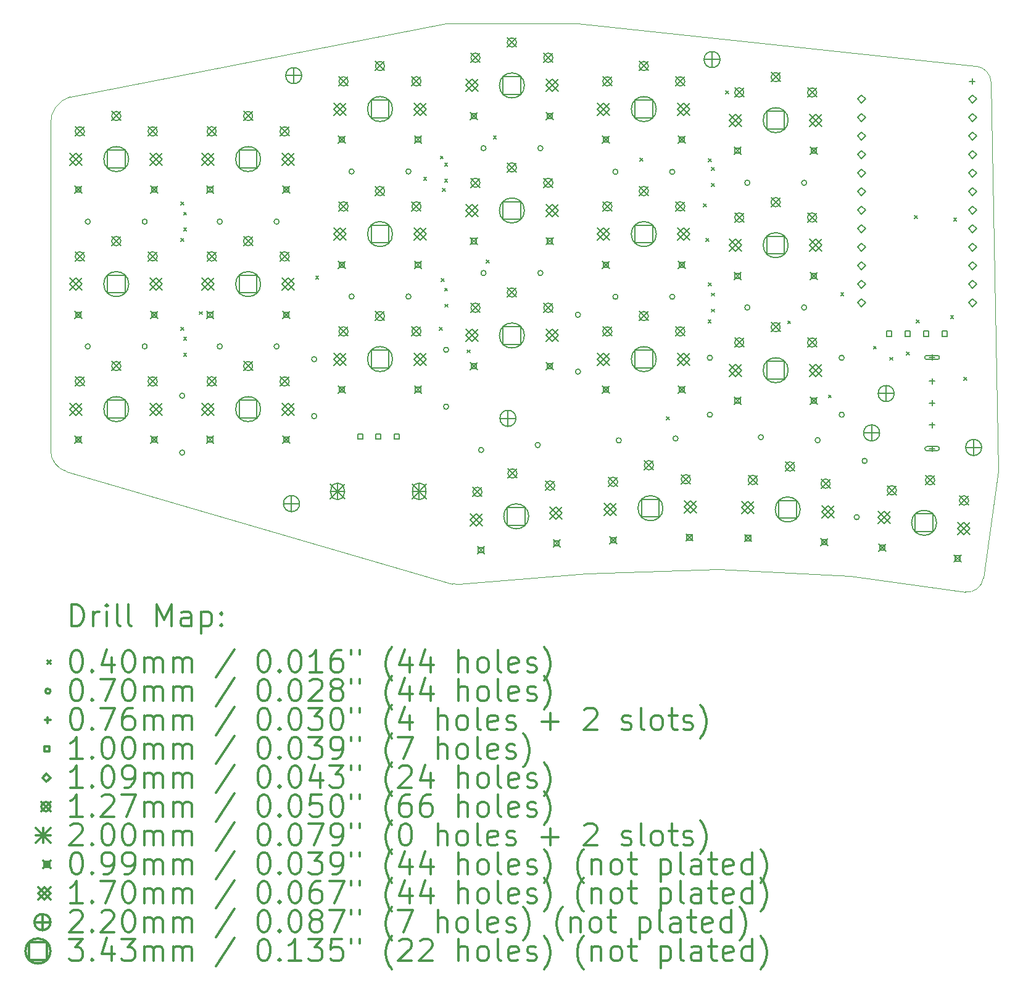
<source format=gbr>
%FSLAX45Y45*%
G04 Gerber Fmt 4.5, Leading zero omitted, Abs format (unit mm)*
G04 Created by KiCad (PCBNEW (5.1.6)-1) date 2022-08-18 21:09:07*
%MOMM*%
%LPD*%
G01*
G04 APERTURE LIST*
%TA.AperFunction,Profile*%
%ADD10C,0.050000*%
%TD*%
%ADD11C,0.200000*%
%ADD12C,0.300000*%
G04 APERTURE END LIST*
D10*
X1474982Y-2920904D02*
G75*
G02*
X1744880Y-2541000I372898J20905D01*
G01*
X1744880Y-2541000D02*
X6904120Y-1535250D01*
X6904120Y-1535250D02*
X8704120Y-1535250D01*
X8704120Y-1535250D02*
X14168359Y-2120516D01*
X14168359Y-2120516D02*
G75*
G02*
X14380000Y-2340000I-18359J-229484D01*
G01*
X14272653Y-9141681D02*
G75*
G02*
X14027000Y-9331000I-218653J29681D01*
G01*
X7070162Y-9226563D02*
G75*
G02*
X6990000Y-9220000I-20162J246563D01*
G01*
X1695213Y-7679229D02*
G75*
G02*
X1474880Y-7390000I79667J289229D01*
G01*
X1474880Y-7390000D02*
X1474982Y-2920904D01*
X6990000Y-9220000D02*
X1695213Y-7679229D01*
X8830000Y-9080000D02*
X7070162Y-9226563D01*
X10640000Y-9020000D02*
X8830000Y-9080000D01*
X12450000Y-9110000D02*
X10640000Y-9020000D01*
X14027000Y-9331000D02*
X12450000Y-9110000D01*
X14480000Y-7670000D02*
X14272653Y-9141681D01*
X14380000Y-2340000D02*
X14480000Y-7670000D01*
D11*
X3260000Y-3981510D02*
X3300000Y-4021510D01*
X3300000Y-3981510D02*
X3260000Y-4021510D01*
X3260000Y-4480000D02*
X3300000Y-4520000D01*
X3300000Y-4480000D02*
X3260000Y-4520000D01*
X3260000Y-5700000D02*
X3300000Y-5740000D01*
X3300000Y-5700000D02*
X3260000Y-5740000D01*
X3300000Y-4122000D02*
X3340000Y-4162000D01*
X3340000Y-4122000D02*
X3300000Y-4162000D01*
X3300000Y-4342000D02*
X3340000Y-4382000D01*
X3340000Y-4342000D02*
X3300000Y-4382000D01*
X3300000Y-5837000D02*
X3340000Y-5877000D01*
X3340000Y-5837000D02*
X3300000Y-5877000D01*
X3300360Y-6057000D02*
X3340360Y-6097000D01*
X3340360Y-6057000D02*
X3300360Y-6097000D01*
X3518350Y-5485640D02*
X3558350Y-5525640D01*
X3558350Y-5485640D02*
X3518350Y-5525640D01*
X5112000Y-5001950D02*
X5152000Y-5041950D01*
X5152000Y-5001950D02*
X5112000Y-5041950D01*
X6593010Y-3645190D02*
X6633010Y-3685190D01*
X6633010Y-3645190D02*
X6593010Y-3685190D01*
X6807110Y-5703260D02*
X6847110Y-5743260D01*
X6847110Y-5703260D02*
X6807110Y-5743260D01*
X6821830Y-3352400D02*
X6861830Y-3392400D01*
X6861830Y-3352400D02*
X6821830Y-3392400D01*
X6836000Y-5034000D02*
X6876000Y-5074000D01*
X6876000Y-5034000D02*
X6836000Y-5074000D01*
X6850000Y-3800000D02*
X6890000Y-3840000D01*
X6890000Y-3800000D02*
X6850000Y-3840000D01*
X6880000Y-3449000D02*
X6920000Y-3489000D01*
X6920000Y-3449000D02*
X6880000Y-3489000D01*
X6880000Y-3669000D02*
X6920000Y-3709000D01*
X6920000Y-3669000D02*
X6880000Y-3709000D01*
X6880000Y-5164000D02*
X6920000Y-5204000D01*
X6920000Y-5164000D02*
X6880000Y-5204000D01*
X6887150Y-5384000D02*
X6927150Y-5424000D01*
X6927150Y-5384000D02*
X6887150Y-5424000D01*
X7189920Y-6011530D02*
X7229920Y-6051530D01*
X7229920Y-6011530D02*
X7189920Y-6051530D01*
X7451070Y-4779970D02*
X7491070Y-4819970D01*
X7491070Y-4779970D02*
X7451070Y-4819970D01*
X7549810Y-3078690D02*
X7589810Y-3118690D01*
X7589810Y-3078690D02*
X7549810Y-3118690D01*
X9560000Y-3380000D02*
X9600000Y-3420000D01*
X9600000Y-3380000D02*
X9560000Y-3420000D01*
X9925880Y-6932650D02*
X9965880Y-6972650D01*
X9965880Y-6932650D02*
X9925880Y-6972650D01*
X10433060Y-4009450D02*
X10473060Y-4049450D01*
X10473060Y-4009450D02*
X10433060Y-4049450D01*
X10464240Y-4480000D02*
X10504240Y-4520000D01*
X10504240Y-4480000D02*
X10464240Y-4520000D01*
X10496590Y-5603360D02*
X10536590Y-5643360D01*
X10536590Y-5603360D02*
X10496590Y-5643360D01*
X10500000Y-3390000D02*
X10540000Y-3430000D01*
X10540000Y-3390000D02*
X10500000Y-3430000D01*
X10500000Y-5090000D02*
X10540000Y-5130000D01*
X10540000Y-5090000D02*
X10500000Y-5130000D01*
X10540000Y-3509000D02*
X10580000Y-3549000D01*
X10580000Y-3509000D02*
X10540000Y-3549000D01*
X10540000Y-3729000D02*
X10580000Y-3769000D01*
X10580000Y-3729000D02*
X10540000Y-3769000D01*
X10540000Y-5232000D02*
X10580000Y-5272000D01*
X10580000Y-5232000D02*
X10540000Y-5272000D01*
X10544400Y-5452000D02*
X10584400Y-5492000D01*
X10584400Y-5452000D02*
X10544400Y-5492000D01*
X10739250Y-2457630D02*
X10779250Y-2497630D01*
X10779250Y-2457630D02*
X10739250Y-2497630D01*
X11588620Y-5613440D02*
X11628620Y-5653440D01*
X11628620Y-5613440D02*
X11588620Y-5653440D01*
X12147900Y-6629810D02*
X12187900Y-6669810D01*
X12187900Y-6629810D02*
X12147900Y-6669810D01*
X12316770Y-5230890D02*
X12356770Y-5270890D01*
X12356770Y-5230890D02*
X12316770Y-5270890D01*
X12765050Y-5960180D02*
X12805050Y-6000180D01*
X12805050Y-5960180D02*
X12765050Y-6000180D01*
X12990000Y-6111890D02*
X13030000Y-6151890D01*
X13030000Y-6111890D02*
X12990000Y-6151890D01*
X13216710Y-6039390D02*
X13256710Y-6079390D01*
X13256710Y-6039390D02*
X13216710Y-6079390D01*
X13330000Y-4170000D02*
X13370000Y-4210000D01*
X13370000Y-4170000D02*
X13330000Y-4210000D01*
X13355950Y-5597780D02*
X13395950Y-5637780D01*
X13395950Y-5597780D02*
X13355950Y-5637780D01*
X13822640Y-5539520D02*
X13862640Y-5579520D01*
X13862640Y-5539520D02*
X13822640Y-5579520D01*
X13865430Y-4205790D02*
X13905430Y-4245790D01*
X13905430Y-4205790D02*
X13865430Y-4245790D01*
X14005350Y-6385350D02*
X14045350Y-6425350D01*
X14045350Y-6385350D02*
X14005350Y-6425350D01*
X6935000Y-6010000D02*
G75*
G03*
X6935000Y-6010000I-35000J0D01*
G01*
X6935000Y-6790000D02*
G75*
G03*
X6935000Y-6790000I-35000J0D01*
G01*
X8745000Y-5530000D02*
G75*
G03*
X8745000Y-5530000I-35000J0D01*
G01*
X8745000Y-6310000D02*
G75*
G03*
X8745000Y-6310000I-35000J0D01*
G01*
X7416484Y-7383991D02*
G75*
G03*
X7416484Y-7383991I-35000J0D01*
G01*
X8193516Y-7316009D02*
G75*
G03*
X8193516Y-7316009I-35000J0D01*
G01*
X7449120Y-3246000D02*
G75*
G03*
X7449120Y-3246000I-35000J0D01*
G01*
X8229120Y-3246000D02*
G75*
G03*
X8229120Y-3246000I-35000J0D01*
G01*
X12570722Y-8306204D02*
G75*
G03*
X12570722Y-8306204I-35000J0D01*
G01*
X12679277Y-7533795D02*
G75*
G03*
X12679277Y-7533795I-35000J0D01*
G01*
X5125000Y-6140000D02*
G75*
G03*
X5125000Y-6140000I-35000J0D01*
G01*
X5125000Y-6920000D02*
G75*
G03*
X5125000Y-6920000I-35000J0D01*
G01*
X5639380Y-3565000D02*
G75*
G03*
X5639380Y-3565000I-35000J0D01*
G01*
X6419380Y-3565000D02*
G75*
G03*
X6419380Y-3565000I-35000J0D01*
G01*
X3829620Y-5964000D02*
G75*
G03*
X3829620Y-5964000I-35000J0D01*
G01*
X4609620Y-5964000D02*
G75*
G03*
X4609620Y-5964000I-35000J0D01*
G01*
X5639380Y-5280000D02*
G75*
G03*
X5639380Y-5280000I-35000J0D01*
G01*
X6419380Y-5280000D02*
G75*
G03*
X6419380Y-5280000I-35000J0D01*
G01*
X9258880Y-3570000D02*
G75*
G03*
X9258880Y-3570000I-35000J0D01*
G01*
X10038880Y-3570000D02*
G75*
G03*
X10038880Y-3570000I-35000J0D01*
G01*
X3315000Y-6640000D02*
G75*
G03*
X3315000Y-6640000I-35000J0D01*
G01*
X3315000Y-7420000D02*
G75*
G03*
X3315000Y-7420000I-35000J0D01*
G01*
X2019880Y-4253000D02*
G75*
G03*
X2019880Y-4253000I-35000J0D01*
G01*
X2799880Y-4253000D02*
G75*
G03*
X2799880Y-4253000I-35000J0D01*
G01*
X9305238Y-7253611D02*
G75*
G03*
X9305238Y-7253611I-35000J0D01*
G01*
X10084762Y-7226389D02*
G75*
G03*
X10084762Y-7226389I-35000J0D01*
G01*
X2019880Y-5964000D02*
G75*
G03*
X2019880Y-5964000I-35000J0D01*
G01*
X2799880Y-5964000D02*
G75*
G03*
X2799880Y-5964000I-35000J0D01*
G01*
X3829620Y-4253000D02*
G75*
G03*
X3829620Y-4253000I-35000J0D01*
G01*
X4609620Y-4253000D02*
G75*
G03*
X4609620Y-4253000I-35000J0D01*
G01*
X11068600Y-5430000D02*
G75*
G03*
X11068600Y-5430000I-35000J0D01*
G01*
X11848600Y-5430000D02*
G75*
G03*
X11848600Y-5430000I-35000J0D01*
G01*
X9258880Y-5283000D02*
G75*
G03*
X9258880Y-5283000I-35000J0D01*
G01*
X10038880Y-5283000D02*
G75*
G03*
X10038880Y-5283000I-35000J0D01*
G01*
X11255534Y-7209589D02*
G75*
G03*
X11255534Y-7209589I-35000J0D01*
G01*
X12034465Y-7250411D02*
G75*
G03*
X12034465Y-7250411I-35000J0D01*
G01*
X7449120Y-4958000D02*
G75*
G03*
X7449120Y-4958000I-35000J0D01*
G01*
X8229120Y-4958000D02*
G75*
G03*
X8229120Y-4958000I-35000J0D01*
G01*
X10555000Y-6120000D02*
G75*
G03*
X10555000Y-6120000I-35000J0D01*
G01*
X10555000Y-6900000D02*
G75*
G03*
X10555000Y-6900000I-35000J0D01*
G01*
X12365000Y-6120000D02*
G75*
G03*
X12365000Y-6120000I-35000J0D01*
G01*
X12365000Y-6900000D02*
G75*
G03*
X12365000Y-6900000I-35000J0D01*
G01*
X11068600Y-3720000D02*
G75*
G03*
X11068600Y-3720000I-35000J0D01*
G01*
X11848600Y-3720000D02*
G75*
G03*
X11848600Y-3720000I-35000J0D01*
G01*
X13570000Y-6076900D02*
X13570000Y-6153100D01*
X13531900Y-6115000D02*
X13608100Y-6115000D01*
X13641900Y-6086900D02*
X13498100Y-6086900D01*
X13641900Y-6143100D02*
X13498100Y-6143100D01*
X13498100Y-6086900D02*
G75*
G03*
X13498100Y-6143100I0J-28100D01*
G01*
X13641900Y-6143100D02*
G75*
G03*
X13641900Y-6086900I0J28100D01*
G01*
X13570000Y-6401900D02*
X13570000Y-6478100D01*
X13531900Y-6440000D02*
X13608100Y-6440000D01*
X13570000Y-6701900D02*
X13570000Y-6778100D01*
X13531900Y-6740000D02*
X13608100Y-6740000D01*
X13570000Y-7001900D02*
X13570000Y-7078100D01*
X13531900Y-7040000D02*
X13608100Y-7040000D01*
X13570000Y-7326900D02*
X13570000Y-7403100D01*
X13531900Y-7365000D02*
X13608100Y-7365000D01*
X13498100Y-7393100D02*
X13641900Y-7393100D01*
X13498100Y-7336900D02*
X13641900Y-7336900D01*
X13641900Y-7393100D02*
G75*
G03*
X13641900Y-7336900I0J28100D01*
G01*
X13498100Y-7336900D02*
G75*
G03*
X13498100Y-7393100I0J-28100D01*
G01*
X14120000Y-2291900D02*
X14120000Y-2368100D01*
X14081900Y-2330000D02*
X14158100Y-2330000D01*
X5757356Y-7237356D02*
X5757356Y-7166644D01*
X5686644Y-7166644D01*
X5686644Y-7237356D01*
X5757356Y-7237356D01*
X6007356Y-7237356D02*
X6007356Y-7166644D01*
X5936644Y-7166644D01*
X5936644Y-7237356D01*
X6007356Y-7237356D01*
X6257356Y-7237356D02*
X6257356Y-7166644D01*
X6186644Y-7166644D01*
X6186644Y-7237356D01*
X6257356Y-7237356D01*
X13017356Y-5825356D02*
X13017356Y-5754644D01*
X12946644Y-5754644D01*
X12946644Y-5825356D01*
X13017356Y-5825356D01*
X13271356Y-5825356D02*
X13271356Y-5754644D01*
X13200644Y-5754644D01*
X13200644Y-5825356D01*
X13271356Y-5825356D01*
X13525356Y-5825356D02*
X13525356Y-5754644D01*
X13454644Y-5754644D01*
X13454644Y-5825356D01*
X13525356Y-5825356D01*
X13779356Y-5825356D02*
X13779356Y-5754644D01*
X13708644Y-5754644D01*
X13708644Y-5825356D01*
X13779356Y-5825356D01*
X12601000Y-2623610D02*
X12655610Y-2569000D01*
X12601000Y-2514390D01*
X12546390Y-2569000D01*
X12601000Y-2623610D01*
X12601000Y-2877610D02*
X12655610Y-2823000D01*
X12601000Y-2768390D01*
X12546390Y-2823000D01*
X12601000Y-2877610D01*
X12601000Y-3131610D02*
X12655610Y-3077000D01*
X12601000Y-3022390D01*
X12546390Y-3077000D01*
X12601000Y-3131610D01*
X12601000Y-3385610D02*
X12655610Y-3331000D01*
X12601000Y-3276390D01*
X12546390Y-3331000D01*
X12601000Y-3385610D01*
X12601000Y-3639610D02*
X12655610Y-3585000D01*
X12601000Y-3530390D01*
X12546390Y-3585000D01*
X12601000Y-3639610D01*
X12601000Y-3893610D02*
X12655610Y-3839000D01*
X12601000Y-3784390D01*
X12546390Y-3839000D01*
X12601000Y-3893610D01*
X12601000Y-4147610D02*
X12655610Y-4093000D01*
X12601000Y-4038390D01*
X12546390Y-4093000D01*
X12601000Y-4147610D01*
X12601000Y-4401610D02*
X12655610Y-4347000D01*
X12601000Y-4292390D01*
X12546390Y-4347000D01*
X12601000Y-4401610D01*
X12601000Y-4655610D02*
X12655610Y-4601000D01*
X12601000Y-4546390D01*
X12546390Y-4601000D01*
X12601000Y-4655610D01*
X12601000Y-4909610D02*
X12655610Y-4855000D01*
X12601000Y-4800390D01*
X12546390Y-4855000D01*
X12601000Y-4909610D01*
X12601000Y-5163610D02*
X12655610Y-5109000D01*
X12601000Y-5054390D01*
X12546390Y-5109000D01*
X12601000Y-5163610D01*
X12601000Y-5417610D02*
X12655610Y-5363000D01*
X12601000Y-5308390D01*
X12546390Y-5363000D01*
X12601000Y-5417610D01*
X14125000Y-2623610D02*
X14179610Y-2569000D01*
X14125000Y-2514390D01*
X14070390Y-2569000D01*
X14125000Y-2623610D01*
X14125000Y-2877610D02*
X14179610Y-2823000D01*
X14125000Y-2768390D01*
X14070390Y-2823000D01*
X14125000Y-2877610D01*
X14125000Y-3131610D02*
X14179610Y-3077000D01*
X14125000Y-3022390D01*
X14070390Y-3077000D01*
X14125000Y-3131610D01*
X14125000Y-3385610D02*
X14179610Y-3331000D01*
X14125000Y-3276390D01*
X14070390Y-3331000D01*
X14125000Y-3385610D01*
X14125000Y-3639610D02*
X14179610Y-3585000D01*
X14125000Y-3530390D01*
X14070390Y-3585000D01*
X14125000Y-3639610D01*
X14125000Y-3893610D02*
X14179610Y-3839000D01*
X14125000Y-3784390D01*
X14070390Y-3839000D01*
X14125000Y-3893610D01*
X14125000Y-4147610D02*
X14179610Y-4093000D01*
X14125000Y-4038390D01*
X14070390Y-4093000D01*
X14125000Y-4147610D01*
X14125000Y-4401610D02*
X14179610Y-4347000D01*
X14125000Y-4292390D01*
X14070390Y-4347000D01*
X14125000Y-4401610D01*
X14125000Y-4655610D02*
X14179610Y-4601000D01*
X14125000Y-4546390D01*
X14070390Y-4601000D01*
X14125000Y-4655610D01*
X14125000Y-4909610D02*
X14179610Y-4855000D01*
X14125000Y-4800390D01*
X14070390Y-4855000D01*
X14125000Y-4909610D01*
X14125000Y-5163610D02*
X14179610Y-5109000D01*
X14125000Y-5054390D01*
X14070390Y-5109000D01*
X14125000Y-5163610D01*
X14125000Y-5417610D02*
X14179610Y-5363000D01*
X14125000Y-5308390D01*
X14070390Y-5363000D01*
X14125000Y-5417610D01*
X9050380Y-5694600D02*
X9177380Y-5821600D01*
X9177380Y-5694600D02*
X9050380Y-5821600D01*
X9177380Y-5758100D02*
G75*
G03*
X9177380Y-5758100I-63500J0D01*
G01*
X9550380Y-5484600D02*
X9677380Y-5611600D01*
X9677380Y-5484600D02*
X9550380Y-5611600D01*
X9677380Y-5548100D02*
G75*
G03*
X9677380Y-5548100I-63500J0D01*
G01*
X10050380Y-5694600D02*
X10177380Y-5821600D01*
X10177380Y-5694600D02*
X10050380Y-5821600D01*
X10177380Y-5758100D02*
G75*
G03*
X10177380Y-5758100I-63500J0D01*
G01*
X5430880Y-2265600D02*
X5557880Y-2392600D01*
X5557880Y-2265600D02*
X5430880Y-2392600D01*
X5557880Y-2329100D02*
G75*
G03*
X5557880Y-2329100I-63500J0D01*
G01*
X5930880Y-2055600D02*
X6057880Y-2182600D01*
X6057880Y-2055600D02*
X5930880Y-2182600D01*
X6057880Y-2119100D02*
G75*
G03*
X6057880Y-2119100I-63500J0D01*
G01*
X6430880Y-2265600D02*
X6557880Y-2392600D01*
X6557880Y-2265600D02*
X6430880Y-2392600D01*
X6557880Y-2329100D02*
G75*
G03*
X6557880Y-2329100I-63500J0D01*
G01*
X10860100Y-2418000D02*
X10987100Y-2545000D01*
X10987100Y-2418000D02*
X10860100Y-2545000D01*
X10987100Y-2481500D02*
G75*
G03*
X10987100Y-2481500I-63500J0D01*
G01*
X11360100Y-2208000D02*
X11487100Y-2335000D01*
X11487100Y-2208000D02*
X11360100Y-2335000D01*
X11487100Y-2271500D02*
G75*
G03*
X11487100Y-2271500I-63500J0D01*
G01*
X11860100Y-2418000D02*
X11987100Y-2545000D01*
X11987100Y-2418000D02*
X11860100Y-2545000D01*
X11987100Y-2481500D02*
G75*
G03*
X11987100Y-2481500I-63500J0D01*
G01*
X9050380Y-3980100D02*
X9177380Y-4107100D01*
X9177380Y-3980100D02*
X9050380Y-4107100D01*
X9177380Y-4043600D02*
G75*
G03*
X9177380Y-4043600I-63500J0D01*
G01*
X9550380Y-3770100D02*
X9677380Y-3897100D01*
X9677380Y-3770100D02*
X9550380Y-3897100D01*
X9677380Y-3833600D02*
G75*
G03*
X9677380Y-3833600I-63500J0D01*
G01*
X10050380Y-3980100D02*
X10177380Y-4107100D01*
X10177380Y-3980100D02*
X10050380Y-4107100D01*
X10177380Y-4043600D02*
G75*
G03*
X10177380Y-4043600I-63500J0D01*
G01*
X9050380Y-2265600D02*
X9177380Y-2392600D01*
X9177380Y-2265600D02*
X9050380Y-2392600D01*
X9177380Y-2329100D02*
G75*
G03*
X9177380Y-2329100I-63500J0D01*
G01*
X9550380Y-2055600D02*
X9677380Y-2182600D01*
X9677380Y-2055600D02*
X9550380Y-2182600D01*
X9677380Y-2119100D02*
G75*
G03*
X9677380Y-2119100I-63500J0D01*
G01*
X10050380Y-2265600D02*
X10177380Y-2392600D01*
X10177380Y-2265600D02*
X10050380Y-2392600D01*
X10177380Y-2329100D02*
G75*
G03*
X10177380Y-2329100I-63500J0D01*
G01*
X10860100Y-4132500D02*
X10987100Y-4259500D01*
X10987100Y-4132500D02*
X10860100Y-4259500D01*
X10987100Y-4196000D02*
G75*
G03*
X10987100Y-4196000I-63500J0D01*
G01*
X11360100Y-3922500D02*
X11487100Y-4049500D01*
X11487100Y-3922500D02*
X11360100Y-4049500D01*
X11487100Y-3986000D02*
G75*
G03*
X11487100Y-3986000I-63500J0D01*
G01*
X11860100Y-4132500D02*
X11987100Y-4259500D01*
X11987100Y-4132500D02*
X11860100Y-4259500D01*
X11987100Y-4196000D02*
G75*
G03*
X11987100Y-4196000I-63500J0D01*
G01*
X12954252Y-7873612D02*
X13081252Y-8000612D01*
X13081252Y-7873612D02*
X12954252Y-8000612D01*
X13081252Y-7937112D02*
G75*
G03*
X13081252Y-7937112I-63500J0D01*
G01*
X13478612Y-7735242D02*
X13605612Y-7862242D01*
X13605612Y-7735242D02*
X13478612Y-7862242D01*
X13605612Y-7798742D02*
G75*
G03*
X13605612Y-7798742I-63500J0D01*
G01*
X13944520Y-8012785D02*
X14071520Y-8139785D01*
X14071520Y-8012785D02*
X13944520Y-8139785D01*
X14071520Y-8076285D02*
G75*
G03*
X14071520Y-8076285I-63500J0D01*
G01*
X7240620Y-3656250D02*
X7367620Y-3783250D01*
X7367620Y-3656250D02*
X7240620Y-3783250D01*
X7367620Y-3719750D02*
G75*
G03*
X7367620Y-3719750I-63500J0D01*
G01*
X7740620Y-3446250D02*
X7867620Y-3573250D01*
X7867620Y-3446250D02*
X7740620Y-3573250D01*
X7867620Y-3509750D02*
G75*
G03*
X7867620Y-3509750I-63500J0D01*
G01*
X8240620Y-3656250D02*
X8367620Y-3783250D01*
X8367620Y-3656250D02*
X8240620Y-3783250D01*
X8367620Y-3719750D02*
G75*
G03*
X8367620Y-3719750I-63500J0D01*
G01*
X1811380Y-2951400D02*
X1938380Y-3078400D01*
X1938380Y-2951400D02*
X1811380Y-3078400D01*
X1938380Y-3014900D02*
G75*
G03*
X1938380Y-3014900I-63500J0D01*
G01*
X2311380Y-2741400D02*
X2438380Y-2868400D01*
X2438380Y-2741400D02*
X2311380Y-2868400D01*
X2438380Y-2804900D02*
G75*
G03*
X2438380Y-2804900I-63500J0D01*
G01*
X2811380Y-2951400D02*
X2938380Y-3078400D01*
X2938380Y-2951400D02*
X2811380Y-3078400D01*
X2938380Y-3014900D02*
G75*
G03*
X2938380Y-3014900I-63500J0D01*
G01*
X5430880Y-5694600D02*
X5557880Y-5821600D01*
X5557880Y-5694600D02*
X5430880Y-5821600D01*
X5557880Y-5758100D02*
G75*
G03*
X5557880Y-5758100I-63500J0D01*
G01*
X5930880Y-5484600D02*
X6057880Y-5611600D01*
X6057880Y-5484600D02*
X5930880Y-5611600D01*
X6057880Y-5548100D02*
G75*
G03*
X6057880Y-5548100I-63500J0D01*
G01*
X6430880Y-5694600D02*
X6557880Y-5821600D01*
X6557880Y-5694600D02*
X6430880Y-5821600D01*
X6557880Y-5758100D02*
G75*
G03*
X6557880Y-5758100I-63500J0D01*
G01*
X3621120Y-4665900D02*
X3748120Y-4792900D01*
X3748120Y-4665900D02*
X3621120Y-4792900D01*
X3748120Y-4729400D02*
G75*
G03*
X3748120Y-4729400I-63500J0D01*
G01*
X4121120Y-4455900D02*
X4248120Y-4582900D01*
X4248120Y-4455900D02*
X4121120Y-4582900D01*
X4248120Y-4519400D02*
G75*
G03*
X4248120Y-4519400I-63500J0D01*
G01*
X4621120Y-4665900D02*
X4748120Y-4792900D01*
X4748120Y-4665900D02*
X4621120Y-4792900D01*
X4748120Y-4729400D02*
G75*
G03*
X4748120Y-4729400I-63500J0D01*
G01*
X3621120Y-2951400D02*
X3748120Y-3078400D01*
X3748120Y-2951400D02*
X3621120Y-3078400D01*
X3748120Y-3014900D02*
G75*
G03*
X3748120Y-3014900I-63500J0D01*
G01*
X4121120Y-2741400D02*
X4248120Y-2868400D01*
X4248120Y-2741400D02*
X4121120Y-2868400D01*
X4248120Y-2804900D02*
G75*
G03*
X4248120Y-2804900I-63500J0D01*
G01*
X4621120Y-2951400D02*
X4748120Y-3078400D01*
X4748120Y-2951400D02*
X4621120Y-3078400D01*
X4748120Y-3014900D02*
G75*
G03*
X4748120Y-3014900I-63500J0D01*
G01*
X7240620Y-5370750D02*
X7367620Y-5497750D01*
X7367620Y-5370750D02*
X7240620Y-5497750D01*
X7367620Y-5434250D02*
G75*
G03*
X7367620Y-5434250I-63500J0D01*
G01*
X7740620Y-5160750D02*
X7867620Y-5287750D01*
X7867620Y-5160750D02*
X7740620Y-5287750D01*
X7867620Y-5224250D02*
G75*
G03*
X7867620Y-5224250I-63500J0D01*
G01*
X8240620Y-5370750D02*
X8367620Y-5497750D01*
X8367620Y-5370750D02*
X8240620Y-5497750D01*
X8367620Y-5434250D02*
G75*
G03*
X8367620Y-5434250I-63500J0D01*
G01*
X11046073Y-7730853D02*
X11173073Y-7857853D01*
X11173073Y-7730853D02*
X11046073Y-7857853D01*
X11173073Y-7794353D02*
G75*
G03*
X11173073Y-7794353I-63500J0D01*
G01*
X11556378Y-7547309D02*
X11683378Y-7674309D01*
X11683378Y-7547309D02*
X11556378Y-7674309D01*
X11683378Y-7610809D02*
G75*
G03*
X11683378Y-7610809I-63500J0D01*
G01*
X12044702Y-7783189D02*
X12171702Y-7910189D01*
X12171702Y-7783189D02*
X12044702Y-7910189D01*
X12171702Y-7846689D02*
G75*
G03*
X12171702Y-7846689I-63500J0D01*
G01*
X9128543Y-7757181D02*
X9255543Y-7884181D01*
X9255543Y-7757181D02*
X9128543Y-7884181D01*
X9255543Y-7820681D02*
G75*
G03*
X9255543Y-7820681I-63500J0D01*
G01*
X9620909Y-7529859D02*
X9747909Y-7656859D01*
X9747909Y-7529859D02*
X9620909Y-7656859D01*
X9747909Y-7593359D02*
G75*
G03*
X9747909Y-7593359I-63500J0D01*
G01*
X10127934Y-7722282D02*
X10254934Y-7849282D01*
X10254934Y-7722282D02*
X10127934Y-7849282D01*
X10254934Y-7785782D02*
G75*
G03*
X10254934Y-7785782I-63500J0D01*
G01*
X7240620Y-1941750D02*
X7367620Y-2068750D01*
X7367620Y-1941750D02*
X7240620Y-2068750D01*
X7367620Y-2005250D02*
G75*
G03*
X7367620Y-2005250I-63500J0D01*
G01*
X7740620Y-1731750D02*
X7867620Y-1858750D01*
X7867620Y-1731750D02*
X7740620Y-1858750D01*
X7867620Y-1795250D02*
G75*
G03*
X7867620Y-1795250I-63500J0D01*
G01*
X8240620Y-1941750D02*
X8367620Y-2068750D01*
X8367620Y-1941750D02*
X8240620Y-2068750D01*
X8367620Y-2005250D02*
G75*
G03*
X8367620Y-2005250I-63500J0D01*
G01*
X1811380Y-6380400D02*
X1938380Y-6507400D01*
X1938380Y-6380400D02*
X1811380Y-6507400D01*
X1938380Y-6443900D02*
G75*
G03*
X1938380Y-6443900I-63500J0D01*
G01*
X2311380Y-6170400D02*
X2438380Y-6297400D01*
X2438380Y-6170400D02*
X2311380Y-6297400D01*
X2438380Y-6233900D02*
G75*
G03*
X2438380Y-6233900I-63500J0D01*
G01*
X2811380Y-6380400D02*
X2938380Y-6507400D01*
X2938380Y-6380400D02*
X2811380Y-6507400D01*
X2938380Y-6443900D02*
G75*
G03*
X2938380Y-6443900I-63500J0D01*
G01*
X5430880Y-3980100D02*
X5557880Y-4107100D01*
X5557880Y-3980100D02*
X5430880Y-4107100D01*
X5557880Y-4043600D02*
G75*
G03*
X5557880Y-4043600I-63500J0D01*
G01*
X5930880Y-3770100D02*
X6057880Y-3897100D01*
X6057880Y-3770100D02*
X5930880Y-3897100D01*
X6057880Y-3833600D02*
G75*
G03*
X6057880Y-3833600I-63500J0D01*
G01*
X6430880Y-3980100D02*
X6557880Y-4107100D01*
X6557880Y-3980100D02*
X6430880Y-4107100D01*
X6557880Y-4043600D02*
G75*
G03*
X6557880Y-4043600I-63500J0D01*
G01*
X10860100Y-5847000D02*
X10987100Y-5974000D01*
X10987100Y-5847000D02*
X10860100Y-5974000D01*
X10987100Y-5910500D02*
G75*
G03*
X10987100Y-5910500I-63500J0D01*
G01*
X11360100Y-5637000D02*
X11487100Y-5764000D01*
X11487100Y-5637000D02*
X11360100Y-5764000D01*
X11487100Y-5700500D02*
G75*
G03*
X11487100Y-5700500I-63500J0D01*
G01*
X11860100Y-5847000D02*
X11987100Y-5974000D01*
X11987100Y-5847000D02*
X11860100Y-5974000D01*
X11987100Y-5910500D02*
G75*
G03*
X11987100Y-5910500I-63500J0D01*
G01*
X1811380Y-4665900D02*
X1938380Y-4792900D01*
X1938380Y-4665900D02*
X1811380Y-4792900D01*
X1938380Y-4729400D02*
G75*
G03*
X1938380Y-4729400I-63500J0D01*
G01*
X2311380Y-4455900D02*
X2438380Y-4582900D01*
X2438380Y-4455900D02*
X2311380Y-4582900D01*
X2438380Y-4519400D02*
G75*
G03*
X2438380Y-4519400I-63500J0D01*
G01*
X2811380Y-4665900D02*
X2938380Y-4792900D01*
X2938380Y-4665900D02*
X2811380Y-4792900D01*
X2938380Y-4729400D02*
G75*
G03*
X2938380Y-4729400I-63500J0D01*
G01*
X3621120Y-6380400D02*
X3748120Y-6507400D01*
X3748120Y-6380400D02*
X3621120Y-6507400D01*
X3748120Y-6443900D02*
G75*
G03*
X3748120Y-6443900I-63500J0D01*
G01*
X4121120Y-6170400D02*
X4248120Y-6297400D01*
X4248120Y-6170400D02*
X4121120Y-6297400D01*
X4248120Y-6233900D02*
G75*
G03*
X4248120Y-6233900I-63500J0D01*
G01*
X4621120Y-6380400D02*
X4748120Y-6507400D01*
X4748120Y-6380400D02*
X4621120Y-6507400D01*
X4748120Y-6443900D02*
G75*
G03*
X4748120Y-6443900I-63500J0D01*
G01*
X7268283Y-7895524D02*
X7395283Y-8022524D01*
X7395283Y-7895524D02*
X7268283Y-8022524D01*
X7395283Y-7959024D02*
G75*
G03*
X7395283Y-7959024I-63500J0D01*
G01*
X7748078Y-7642745D02*
X7875078Y-7769745D01*
X7875078Y-7642745D02*
X7748078Y-7769745D01*
X7875078Y-7706245D02*
G75*
G03*
X7875078Y-7706245I-63500J0D01*
G01*
X8264478Y-7808368D02*
X8391478Y-7935368D01*
X8391478Y-7808368D02*
X8264478Y-7935368D01*
X8391478Y-7871868D02*
G75*
G03*
X8391478Y-7871868I-63500J0D01*
G01*
X5312000Y-7852000D02*
X5512000Y-8052000D01*
X5512000Y-7852000D02*
X5312000Y-8052000D01*
X5412000Y-7852000D02*
X5412000Y-8052000D01*
X5312000Y-7952000D02*
X5512000Y-7952000D01*
X5322000Y-7927000D02*
X5322000Y-7977000D01*
X5502000Y-7927000D02*
X5502000Y-7977000D01*
X5322000Y-7977000D02*
G75*
G03*
X5502000Y-7977000I90000J0D01*
G01*
X5502000Y-7927000D02*
G75*
G03*
X5322000Y-7927000I-90000J0D01*
G01*
X6432000Y-7852000D02*
X6632000Y-8052000D01*
X6632000Y-7852000D02*
X6432000Y-8052000D01*
X6532000Y-7852000D02*
X6532000Y-8052000D01*
X6432000Y-7952000D02*
X6632000Y-7952000D01*
X6442000Y-7927000D02*
X6442000Y-7977000D01*
X6622000Y-7927000D02*
X6622000Y-7977000D01*
X6442000Y-7977000D02*
G75*
G03*
X6622000Y-7977000I90000J0D01*
G01*
X6622000Y-7927000D02*
G75*
G03*
X6442000Y-7927000I-90000J0D01*
G01*
X9042350Y-3079570D02*
X9141410Y-3178630D01*
X9141410Y-3079570D02*
X9042350Y-3178630D01*
X9126903Y-3164123D02*
X9126903Y-3094077D01*
X9056857Y-3094077D01*
X9056857Y-3164123D01*
X9126903Y-3164123D01*
X10086350Y-3079570D02*
X10185410Y-3178630D01*
X10185410Y-3079570D02*
X10086350Y-3178630D01*
X10170903Y-3164123D02*
X10170903Y-3094077D01*
X10100857Y-3094077D01*
X10100857Y-3164123D01*
X10170903Y-3164123D01*
X10852070Y-4946470D02*
X10951130Y-5045530D01*
X10951130Y-4946470D02*
X10852070Y-5045530D01*
X10936623Y-5031023D02*
X10936623Y-4960977D01*
X10866577Y-4960977D01*
X10866577Y-5031023D01*
X10936623Y-5031023D01*
X11896070Y-4946470D02*
X11995130Y-5045530D01*
X11995130Y-4946470D02*
X11896070Y-5045530D01*
X11980623Y-5031023D02*
X11980623Y-4960977D01*
X11910577Y-4960977D01*
X11910577Y-5031023D01*
X11980623Y-5031023D01*
X12835097Y-8676734D02*
X12934157Y-8775794D01*
X12934157Y-8676734D02*
X12835097Y-8775794D01*
X12919651Y-8761288D02*
X12919651Y-8691241D01*
X12849604Y-8691241D01*
X12849604Y-8761288D01*
X12919651Y-8761288D01*
X13868937Y-8822031D02*
X13967997Y-8921091D01*
X13967997Y-8822031D02*
X13868937Y-8921091D01*
X13953490Y-8906584D02*
X13953490Y-8836538D01*
X13883444Y-8836538D01*
X13883444Y-8906584D01*
X13953490Y-8906584D01*
X7232590Y-4470220D02*
X7331650Y-4569280D01*
X7331650Y-4470220D02*
X7232590Y-4569280D01*
X7317143Y-4554773D02*
X7317143Y-4484727D01*
X7247097Y-4484727D01*
X7247097Y-4554773D01*
X7317143Y-4554773D01*
X8276590Y-4470220D02*
X8375650Y-4569280D01*
X8375650Y-4470220D02*
X8276590Y-4569280D01*
X8361143Y-4554773D02*
X8361143Y-4484727D01*
X8291097Y-4484727D01*
X8291097Y-4554773D01*
X8361143Y-4554773D01*
X1803350Y-3765370D02*
X1902410Y-3864430D01*
X1902410Y-3765370D02*
X1803350Y-3864430D01*
X1887903Y-3849923D02*
X1887903Y-3779877D01*
X1817857Y-3779877D01*
X1817857Y-3849923D01*
X1887903Y-3849923D01*
X2847350Y-3765370D02*
X2946410Y-3864430D01*
X2946410Y-3765370D02*
X2847350Y-3864430D01*
X2931903Y-3849923D02*
X2931903Y-3779877D01*
X2861857Y-3779877D01*
X2861857Y-3849923D01*
X2931903Y-3849923D01*
X5422850Y-6508570D02*
X5521910Y-6607630D01*
X5521910Y-6508570D02*
X5422850Y-6607630D01*
X5507403Y-6593123D02*
X5507403Y-6523077D01*
X5437357Y-6523077D01*
X5437357Y-6593123D01*
X5507403Y-6593123D01*
X6466850Y-6508570D02*
X6565910Y-6607630D01*
X6565910Y-6508570D02*
X6466850Y-6607630D01*
X6551403Y-6593123D02*
X6551403Y-6523077D01*
X6481357Y-6523077D01*
X6481357Y-6593123D01*
X6551403Y-6593123D01*
X3613090Y-5479870D02*
X3712150Y-5578930D01*
X3712150Y-5479870D02*
X3613090Y-5578930D01*
X3697643Y-5564423D02*
X3697643Y-5494377D01*
X3627597Y-5494377D01*
X3627597Y-5564423D01*
X3697643Y-5564423D01*
X4657090Y-5479870D02*
X4756150Y-5578930D01*
X4756150Y-5479870D02*
X4657090Y-5578930D01*
X4741643Y-5564423D02*
X4741643Y-5494377D01*
X4671597Y-5494377D01*
X4671597Y-5564423D01*
X4741643Y-5564423D01*
X3613090Y-3765370D02*
X3712150Y-3864430D01*
X3712150Y-3765370D02*
X3613090Y-3864430D01*
X3697643Y-3849923D02*
X3697643Y-3779877D01*
X3627597Y-3779877D01*
X3627597Y-3849923D01*
X3697643Y-3849923D01*
X4657090Y-3765370D02*
X4756150Y-3864430D01*
X4756150Y-3765370D02*
X4657090Y-3864430D01*
X4741643Y-3849923D02*
X4741643Y-3779877D01*
X4671597Y-3779877D01*
X4671597Y-3849923D01*
X4741643Y-3849923D01*
X7232590Y-6184720D02*
X7331650Y-6283780D01*
X7331650Y-6184720D02*
X7232590Y-6283780D01*
X7317143Y-6269273D02*
X7317143Y-6199227D01*
X7247097Y-6199227D01*
X7247097Y-6269273D01*
X7317143Y-6269273D01*
X8276590Y-6184720D02*
X8375650Y-6283780D01*
X8375650Y-6184720D02*
X8276590Y-6283780D01*
X8361143Y-6269273D02*
X8361143Y-6199227D01*
X8291097Y-6199227D01*
X8291097Y-6269273D01*
X8361143Y-6269273D01*
X10996204Y-8542575D02*
X11095264Y-8641635D01*
X11095264Y-8542575D02*
X10996204Y-8641635D01*
X11080758Y-8627128D02*
X11080758Y-8557082D01*
X11010711Y-8557082D01*
X11010711Y-8627128D01*
X11080758Y-8627128D01*
X12038773Y-8597214D02*
X12137833Y-8696274D01*
X12137833Y-8597214D02*
X12038773Y-8696274D01*
X12123327Y-8681767D02*
X12123327Y-8611721D01*
X12053280Y-8611721D01*
X12053280Y-8681767D01*
X12123327Y-8681767D01*
X9148446Y-8571432D02*
X9247506Y-8670492D01*
X9247506Y-8571432D02*
X9148446Y-8670492D01*
X9232999Y-8655985D02*
X9232999Y-8585938D01*
X9162953Y-8585938D01*
X9162953Y-8655985D01*
X9232999Y-8655985D01*
X10191810Y-8534997D02*
X10290870Y-8634057D01*
X10290870Y-8534997D02*
X10191810Y-8634057D01*
X10276363Y-8619550D02*
X10276363Y-8549503D01*
X10206317Y-8549503D01*
X10206317Y-8619550D01*
X10276363Y-8619550D01*
X7232590Y-2755720D02*
X7331650Y-2854780D01*
X7331650Y-2755720D02*
X7232590Y-2854780D01*
X7317143Y-2840273D02*
X7317143Y-2770227D01*
X7247097Y-2770227D01*
X7247097Y-2840273D01*
X7317143Y-2840273D01*
X8276590Y-2755720D02*
X8375650Y-2854780D01*
X8375650Y-2755720D02*
X8276590Y-2854780D01*
X8361143Y-2840273D02*
X8361143Y-2770227D01*
X8291097Y-2770227D01*
X8291097Y-2840273D01*
X8361143Y-2840273D01*
X1803350Y-7194370D02*
X1902410Y-7293430D01*
X1902410Y-7194370D02*
X1803350Y-7293430D01*
X1887903Y-7278923D02*
X1887903Y-7208877D01*
X1817857Y-7208877D01*
X1817857Y-7278923D01*
X1887903Y-7278923D01*
X2847350Y-7194370D02*
X2946410Y-7293430D01*
X2946410Y-7194370D02*
X2847350Y-7293430D01*
X2931903Y-7278923D02*
X2931903Y-7208877D01*
X2861857Y-7208877D01*
X2861857Y-7278923D01*
X2931903Y-7278923D01*
X5422850Y-4794070D02*
X5521910Y-4893130D01*
X5521910Y-4794070D02*
X5422850Y-4893130D01*
X5507403Y-4878623D02*
X5507403Y-4808577D01*
X5437357Y-4808577D01*
X5437357Y-4878623D01*
X5507403Y-4878623D01*
X6466850Y-4794070D02*
X6565910Y-4893130D01*
X6565910Y-4794070D02*
X6466850Y-4893130D01*
X6551403Y-4878623D02*
X6551403Y-4808577D01*
X6481357Y-4808577D01*
X6481357Y-4878623D01*
X6551403Y-4878623D01*
X10852070Y-6660970D02*
X10951130Y-6760030D01*
X10951130Y-6660970D02*
X10852070Y-6760030D01*
X10936623Y-6745523D02*
X10936623Y-6675477D01*
X10866577Y-6675477D01*
X10866577Y-6745523D01*
X10936623Y-6745523D01*
X11896070Y-6660970D02*
X11995130Y-6760030D01*
X11995130Y-6660970D02*
X11896070Y-6760030D01*
X11980623Y-6745523D02*
X11980623Y-6675477D01*
X11910577Y-6675477D01*
X11910577Y-6745523D01*
X11980623Y-6745523D01*
X1803350Y-5479870D02*
X1902410Y-5578930D01*
X1902410Y-5479870D02*
X1803350Y-5578930D01*
X1887903Y-5564423D02*
X1887903Y-5494377D01*
X1817857Y-5494377D01*
X1817857Y-5564423D01*
X1887903Y-5564423D01*
X2847350Y-5479870D02*
X2946410Y-5578930D01*
X2946410Y-5479870D02*
X2847350Y-5578930D01*
X2931903Y-5564423D02*
X2931903Y-5494377D01*
X2861857Y-5494377D01*
X2861857Y-5564423D01*
X2931903Y-5564423D01*
X3613090Y-7194370D02*
X3712150Y-7293430D01*
X3712150Y-7194370D02*
X3613090Y-7293430D01*
X3697643Y-7278923D02*
X3697643Y-7208877D01*
X3627597Y-7208877D01*
X3627597Y-7278923D01*
X3697643Y-7278923D01*
X4657090Y-7194370D02*
X4756150Y-7293430D01*
X4756150Y-7194370D02*
X4657090Y-7293430D01*
X4741643Y-7278923D02*
X4741643Y-7208877D01*
X4671597Y-7208877D01*
X4671597Y-7278923D01*
X4741643Y-7278923D01*
X7330062Y-8708367D02*
X7429122Y-8807427D01*
X7429122Y-8708367D02*
X7330062Y-8807427D01*
X7414615Y-8792920D02*
X7414615Y-8722874D01*
X7344568Y-8722874D01*
X7344568Y-8792920D01*
X7414615Y-8792920D01*
X8370089Y-8617377D02*
X8469149Y-8716437D01*
X8469149Y-8617377D02*
X8370089Y-8716437D01*
X8454642Y-8701930D02*
X8454642Y-8631883D01*
X8384596Y-8631883D01*
X8384596Y-8701930D01*
X8454642Y-8701930D01*
X9042350Y-6508570D02*
X9141410Y-6607630D01*
X9141410Y-6508570D02*
X9042350Y-6607630D01*
X9126903Y-6593123D02*
X9126903Y-6523077D01*
X9056857Y-6523077D01*
X9056857Y-6593123D01*
X9126903Y-6593123D01*
X10086350Y-6508570D02*
X10185410Y-6607630D01*
X10185410Y-6508570D02*
X10086350Y-6607630D01*
X10170903Y-6593123D02*
X10170903Y-6523077D01*
X10100857Y-6523077D01*
X10100857Y-6593123D01*
X10170903Y-6593123D01*
X5422850Y-3079570D02*
X5521910Y-3178630D01*
X5521910Y-3079570D02*
X5422850Y-3178630D01*
X5507403Y-3164123D02*
X5507403Y-3094077D01*
X5437357Y-3094077D01*
X5437357Y-3164123D01*
X5507403Y-3164123D01*
X6466850Y-3079570D02*
X6565910Y-3178630D01*
X6565910Y-3079570D02*
X6466850Y-3178630D01*
X6551403Y-3164123D02*
X6551403Y-3094077D01*
X6481357Y-3094077D01*
X6481357Y-3164123D01*
X6551403Y-3164123D01*
X10852070Y-3231970D02*
X10951130Y-3331030D01*
X10951130Y-3231970D02*
X10852070Y-3331030D01*
X10936623Y-3316523D02*
X10936623Y-3246477D01*
X10866577Y-3246477D01*
X10866577Y-3316523D01*
X10936623Y-3316523D01*
X11896070Y-3231970D02*
X11995130Y-3331030D01*
X11995130Y-3231970D02*
X11896070Y-3331030D01*
X11980623Y-3316523D02*
X11980623Y-3246477D01*
X11910577Y-3246477D01*
X11910577Y-3316523D01*
X11980623Y-3316523D01*
X9042350Y-4794070D02*
X9141410Y-4893130D01*
X9141410Y-4794070D02*
X9042350Y-4893130D01*
X9126903Y-4878623D02*
X9126903Y-4808577D01*
X9056857Y-4808577D01*
X9056857Y-4878623D01*
X9126903Y-4878623D01*
X10086350Y-4794070D02*
X10185410Y-4893130D01*
X10185410Y-4794070D02*
X10086350Y-4893130D01*
X10170903Y-4878623D02*
X10170903Y-4808577D01*
X10100857Y-4808577D01*
X10100857Y-4878623D01*
X10170903Y-4878623D01*
X5359290Y-6053010D02*
X5529470Y-6223190D01*
X5529470Y-6053010D02*
X5359290Y-6223190D01*
X5444380Y-6223190D02*
X5529470Y-6138100D01*
X5444380Y-6053010D01*
X5359290Y-6138100D01*
X5444380Y-6223190D01*
X6459290Y-6053010D02*
X6629470Y-6223190D01*
X6629470Y-6053010D02*
X6459290Y-6223190D01*
X6544380Y-6223190D02*
X6629470Y-6138100D01*
X6544380Y-6053010D01*
X6459290Y-6138100D01*
X6544380Y-6223190D01*
X3549530Y-5024310D02*
X3719710Y-5194490D01*
X3719710Y-5024310D02*
X3549530Y-5194490D01*
X3634620Y-5194490D02*
X3719710Y-5109400D01*
X3634620Y-5024310D01*
X3549530Y-5109400D01*
X3634620Y-5194490D01*
X4649530Y-5024310D02*
X4819710Y-5194490D01*
X4819710Y-5024310D02*
X4649530Y-5194490D01*
X4734620Y-5194490D02*
X4819710Y-5109400D01*
X4734620Y-5024310D01*
X4649530Y-5109400D01*
X4734620Y-5194490D01*
X3549530Y-3309810D02*
X3719710Y-3479990D01*
X3719710Y-3309810D02*
X3549530Y-3479990D01*
X3634620Y-3479990D02*
X3719710Y-3394900D01*
X3634620Y-3309810D01*
X3549530Y-3394900D01*
X3634620Y-3479990D01*
X4649530Y-3309810D02*
X4819710Y-3479990D01*
X4819710Y-3309810D02*
X4649530Y-3479990D01*
X4734620Y-3479990D02*
X4819710Y-3394900D01*
X4734620Y-3309810D01*
X4649530Y-3394900D01*
X4734620Y-3479990D01*
X7169030Y-5729160D02*
X7339210Y-5899340D01*
X7339210Y-5729160D02*
X7169030Y-5899340D01*
X7254120Y-5899340D02*
X7339210Y-5814250D01*
X7254120Y-5729160D01*
X7169030Y-5814250D01*
X7254120Y-5899340D01*
X8269030Y-5729160D02*
X8439210Y-5899340D01*
X8439210Y-5729160D02*
X8269030Y-5899340D01*
X8354120Y-5899340D02*
X8439210Y-5814250D01*
X8354120Y-5729160D01*
X8269030Y-5814250D01*
X8354120Y-5899340D01*
X10954664Y-8086125D02*
X11124844Y-8256305D01*
X11124844Y-8086125D02*
X10954664Y-8256305D01*
X11039754Y-8256305D02*
X11124844Y-8171215D01*
X11039754Y-8086125D01*
X10954664Y-8171215D01*
X11039754Y-8256305D01*
X12053156Y-8143695D02*
X12223336Y-8313875D01*
X12223336Y-8143695D02*
X12053156Y-8313875D01*
X12138246Y-8313875D02*
X12223336Y-8228785D01*
X12138246Y-8143695D01*
X12053156Y-8228785D01*
X12138246Y-8313875D01*
X9070245Y-8117105D02*
X9240425Y-8287285D01*
X9240425Y-8117105D02*
X9070245Y-8287285D01*
X9155335Y-8287285D02*
X9240425Y-8202195D01*
X9155335Y-8117105D01*
X9070245Y-8202195D01*
X9155335Y-8287285D01*
X10169575Y-8078715D02*
X10339755Y-8248895D01*
X10339755Y-8078715D02*
X10169575Y-8248895D01*
X10254665Y-8248895D02*
X10339755Y-8163805D01*
X10254665Y-8078715D01*
X10169575Y-8163805D01*
X10254665Y-8248895D01*
X7169030Y-2300160D02*
X7339210Y-2470340D01*
X7339210Y-2300160D02*
X7169030Y-2470340D01*
X7254120Y-2470340D02*
X7339210Y-2385250D01*
X7254120Y-2300160D01*
X7169030Y-2385250D01*
X7254120Y-2470340D01*
X8269030Y-2300160D02*
X8439210Y-2470340D01*
X8439210Y-2300160D02*
X8269030Y-2470340D01*
X8354120Y-2470340D02*
X8439210Y-2385250D01*
X8354120Y-2300160D01*
X8269030Y-2385250D01*
X8354120Y-2470340D01*
X1739790Y-6738810D02*
X1909970Y-6908990D01*
X1909970Y-6738810D02*
X1739790Y-6908990D01*
X1824880Y-6908990D02*
X1909970Y-6823900D01*
X1824880Y-6738810D01*
X1739790Y-6823900D01*
X1824880Y-6908990D01*
X2839790Y-6738810D02*
X3009970Y-6908990D01*
X3009970Y-6738810D02*
X2839790Y-6908990D01*
X2924880Y-6908990D02*
X3009970Y-6823900D01*
X2924880Y-6738810D01*
X2839790Y-6823900D01*
X2924880Y-6908990D01*
X5359290Y-4338510D02*
X5529470Y-4508690D01*
X5529470Y-4338510D02*
X5359290Y-4508690D01*
X5444380Y-4508690D02*
X5529470Y-4423600D01*
X5444380Y-4338510D01*
X5359290Y-4423600D01*
X5444380Y-4508690D01*
X6459290Y-4338510D02*
X6629470Y-4508690D01*
X6629470Y-4338510D02*
X6459290Y-4508690D01*
X6544380Y-4508690D02*
X6629470Y-4423600D01*
X6544380Y-4338510D01*
X6459290Y-4423600D01*
X6544380Y-4508690D01*
X10788510Y-6205410D02*
X10958690Y-6375590D01*
X10958690Y-6205410D02*
X10788510Y-6375590D01*
X10873600Y-6375590D02*
X10958690Y-6290500D01*
X10873600Y-6205410D01*
X10788510Y-6290500D01*
X10873600Y-6375590D01*
X11888510Y-6205410D02*
X12058690Y-6375590D01*
X12058690Y-6205410D02*
X11888510Y-6375590D01*
X11973600Y-6375590D02*
X12058690Y-6290500D01*
X11973600Y-6205410D01*
X11888510Y-6290500D01*
X11973600Y-6375590D01*
X1739790Y-5024310D02*
X1909970Y-5194490D01*
X1909970Y-5024310D02*
X1739790Y-5194490D01*
X1824880Y-5194490D02*
X1909970Y-5109400D01*
X1824880Y-5024310D01*
X1739790Y-5109400D01*
X1824880Y-5194490D01*
X2839790Y-5024310D02*
X3009970Y-5194490D01*
X3009970Y-5024310D02*
X2839790Y-5194490D01*
X2924880Y-5194490D02*
X3009970Y-5109400D01*
X2924880Y-5024310D01*
X2839790Y-5109400D01*
X2924880Y-5194490D01*
X3549530Y-6738810D02*
X3719710Y-6908990D01*
X3719710Y-6738810D02*
X3549530Y-6908990D01*
X3634620Y-6908990D02*
X3719710Y-6823900D01*
X3634620Y-6738810D01*
X3549530Y-6823900D01*
X3634620Y-6908990D01*
X4649530Y-6738810D02*
X4819710Y-6908990D01*
X4819710Y-6738810D02*
X4649530Y-6908990D01*
X4734620Y-6908990D02*
X4819710Y-6823900D01*
X4734620Y-6738810D01*
X4649530Y-6823900D01*
X4734620Y-6908990D01*
X7230003Y-8256846D02*
X7400183Y-8427026D01*
X7400183Y-8256846D02*
X7230003Y-8427026D01*
X7315093Y-8427026D02*
X7400183Y-8341936D01*
X7315093Y-8256846D01*
X7230003Y-8341936D01*
X7315093Y-8427026D01*
X8325817Y-8160974D02*
X8495997Y-8331154D01*
X8495997Y-8160974D02*
X8325817Y-8331154D01*
X8410907Y-8331154D02*
X8495997Y-8246064D01*
X8410907Y-8160974D01*
X8325817Y-8246064D01*
X8410907Y-8331154D01*
X8978790Y-6053010D02*
X9148970Y-6223190D01*
X9148970Y-6053010D02*
X8978790Y-6223190D01*
X9063880Y-6223190D02*
X9148970Y-6138100D01*
X9063880Y-6053010D01*
X8978790Y-6138100D01*
X9063880Y-6223190D01*
X10078790Y-6053010D02*
X10248970Y-6223190D01*
X10248970Y-6053010D02*
X10078790Y-6223190D01*
X10163880Y-6223190D02*
X10248970Y-6138100D01*
X10163880Y-6053010D01*
X10078790Y-6138100D01*
X10163880Y-6223190D01*
X5359290Y-2624010D02*
X5529470Y-2794190D01*
X5529470Y-2624010D02*
X5359290Y-2794190D01*
X5444380Y-2794190D02*
X5529470Y-2709100D01*
X5444380Y-2624010D01*
X5359290Y-2709100D01*
X5444380Y-2794190D01*
X6459290Y-2624010D02*
X6629470Y-2794190D01*
X6629470Y-2624010D02*
X6459290Y-2794190D01*
X6544380Y-2794190D02*
X6629470Y-2709100D01*
X6544380Y-2624010D01*
X6459290Y-2709100D01*
X6544380Y-2794190D01*
X10788510Y-2776410D02*
X10958690Y-2946590D01*
X10958690Y-2776410D02*
X10788510Y-2946590D01*
X10873600Y-2946590D02*
X10958690Y-2861500D01*
X10873600Y-2776410D01*
X10788510Y-2861500D01*
X10873600Y-2946590D01*
X11888510Y-2776410D02*
X12058690Y-2946590D01*
X12058690Y-2776410D02*
X11888510Y-2946590D01*
X11973600Y-2946590D02*
X12058690Y-2861500D01*
X11973600Y-2776410D01*
X11888510Y-2861500D01*
X11973600Y-2946590D01*
X8978790Y-4338510D02*
X9148970Y-4508690D01*
X9148970Y-4338510D02*
X8978790Y-4508690D01*
X9063880Y-4508690D02*
X9148970Y-4423600D01*
X9063880Y-4338510D01*
X8978790Y-4423600D01*
X9063880Y-4508690D01*
X10078790Y-4338510D02*
X10248970Y-4508690D01*
X10248970Y-4338510D02*
X10078790Y-4508690D01*
X10163880Y-4508690D02*
X10248970Y-4423600D01*
X10163880Y-4338510D01*
X10078790Y-4423600D01*
X10163880Y-4508690D01*
X8978790Y-2624010D02*
X9148970Y-2794190D01*
X9148970Y-2624010D02*
X8978790Y-2794190D01*
X9063880Y-2794190D02*
X9148970Y-2709100D01*
X9063880Y-2624010D01*
X8978790Y-2709100D01*
X9063880Y-2794190D01*
X10078790Y-2624010D02*
X10248970Y-2794190D01*
X10248970Y-2624010D02*
X10078790Y-2794190D01*
X10163880Y-2794190D02*
X10248970Y-2709100D01*
X10163880Y-2624010D01*
X10078790Y-2709100D01*
X10163880Y-2794190D01*
X10788510Y-4490910D02*
X10958690Y-4661090D01*
X10958690Y-4490910D02*
X10788510Y-4661090D01*
X10873600Y-4661090D02*
X10958690Y-4576000D01*
X10873600Y-4490910D01*
X10788510Y-4576000D01*
X10873600Y-4661090D01*
X11888510Y-4490910D02*
X12058690Y-4661090D01*
X12058690Y-4490910D02*
X11888510Y-4661090D01*
X11973600Y-4661090D02*
X12058690Y-4576000D01*
X11973600Y-4490910D01*
X11888510Y-4576000D01*
X11973600Y-4661090D01*
X12830263Y-8221365D02*
X13000443Y-8391545D01*
X13000443Y-8221365D02*
X12830263Y-8391545D01*
X12915353Y-8391545D02*
X13000443Y-8306455D01*
X12915353Y-8221365D01*
X12830263Y-8306455D01*
X12915353Y-8391545D01*
X13919557Y-8374455D02*
X14089737Y-8544635D01*
X14089737Y-8374455D02*
X13919557Y-8544635D01*
X14004647Y-8544635D02*
X14089737Y-8459545D01*
X14004647Y-8374455D01*
X13919557Y-8459545D01*
X14004647Y-8544635D01*
X7169030Y-4014660D02*
X7339210Y-4184840D01*
X7339210Y-4014660D02*
X7169030Y-4184840D01*
X7254120Y-4184840D02*
X7339210Y-4099750D01*
X7254120Y-4014660D01*
X7169030Y-4099750D01*
X7254120Y-4184840D01*
X8269030Y-4014660D02*
X8439210Y-4184840D01*
X8439210Y-4014660D02*
X8269030Y-4184840D01*
X8354120Y-4184840D02*
X8439210Y-4099750D01*
X8354120Y-4014660D01*
X8269030Y-4099750D01*
X8354120Y-4184840D01*
X1739790Y-3309810D02*
X1909970Y-3479990D01*
X1909970Y-3309810D02*
X1739790Y-3479990D01*
X1824880Y-3479990D02*
X1909970Y-3394900D01*
X1824880Y-3309810D01*
X1739790Y-3394900D01*
X1824880Y-3479990D01*
X2839790Y-3309810D02*
X3009970Y-3479990D01*
X3009970Y-3309810D02*
X2839790Y-3479990D01*
X2924880Y-3479990D02*
X3009970Y-3394900D01*
X2924880Y-3309810D01*
X2839790Y-3394900D01*
X2924880Y-3479990D01*
X4810000Y-2140000D02*
X4810000Y-2360000D01*
X4700000Y-2250000D02*
X4920000Y-2250000D01*
X4920000Y-2250000D02*
G75*
G03*
X4920000Y-2250000I-110000J0D01*
G01*
X7750000Y-6840000D02*
X7750000Y-7060000D01*
X7640000Y-6950000D02*
X7860000Y-6950000D01*
X7860000Y-6950000D02*
G75*
G03*
X7860000Y-6950000I-110000J0D01*
G01*
X10550000Y-1920000D02*
X10550000Y-2140000D01*
X10440000Y-2030000D02*
X10660000Y-2030000D01*
X10660000Y-2030000D02*
G75*
G03*
X10660000Y-2030000I-110000J0D01*
G01*
X12940000Y-6500000D02*
X12940000Y-6720000D01*
X12830000Y-6610000D02*
X13050000Y-6610000D01*
X13050000Y-6610000D02*
G75*
G03*
X13050000Y-6610000I-110000J0D01*
G01*
X14140000Y-7240000D02*
X14140000Y-7460000D01*
X14030000Y-7350000D02*
X14250000Y-7350000D01*
X14250000Y-7350000D02*
G75*
G03*
X14250000Y-7350000I-110000J0D01*
G01*
X4780000Y-8010000D02*
X4780000Y-8230000D01*
X4670000Y-8120000D02*
X4890000Y-8120000D01*
X4890000Y-8120000D02*
G75*
G03*
X4890000Y-8120000I-110000J0D01*
G01*
X12740000Y-7040000D02*
X12740000Y-7260000D01*
X12630000Y-7150000D02*
X12850000Y-7150000D01*
X12850000Y-7150000D02*
G75*
G03*
X12850000Y-7150000I-110000J0D01*
G01*
X6115615Y-6259335D02*
X6115615Y-6016865D01*
X5873145Y-6016865D01*
X5873145Y-6259335D01*
X6115615Y-6259335D01*
X6165830Y-6138100D02*
G75*
G03*
X6165830Y-6138100I-171450J0D01*
G01*
X4305855Y-5230635D02*
X4305855Y-4988165D01*
X4063385Y-4988165D01*
X4063385Y-5230635D01*
X4305855Y-5230635D01*
X4356070Y-5109400D02*
G75*
G03*
X4356070Y-5109400I-171450J0D01*
G01*
X4305855Y-3516135D02*
X4305855Y-3273665D01*
X4063385Y-3273665D01*
X4063385Y-3516135D01*
X4305855Y-3516135D01*
X4356070Y-3394900D02*
G75*
G03*
X4356070Y-3394900I-171450J0D01*
G01*
X7925355Y-5935485D02*
X7925355Y-5693015D01*
X7682885Y-5693015D01*
X7682885Y-5935485D01*
X7925355Y-5935485D01*
X7975570Y-5814250D02*
G75*
G03*
X7975570Y-5814250I-171450J0D01*
G01*
X11710235Y-8321235D02*
X11710235Y-8078765D01*
X11467765Y-8078765D01*
X11467765Y-8321235D01*
X11710235Y-8321235D01*
X11760450Y-8200000D02*
G75*
G03*
X11760450Y-8200000I-171450J0D01*
G01*
X9826235Y-8304235D02*
X9826235Y-8061765D01*
X9583765Y-8061765D01*
X9583765Y-8304235D01*
X9826235Y-8304235D01*
X9876450Y-8183000D02*
G75*
G03*
X9876450Y-8183000I-171450J0D01*
G01*
X7925355Y-2506485D02*
X7925355Y-2264015D01*
X7682885Y-2264015D01*
X7682885Y-2506485D01*
X7925355Y-2506485D01*
X7975570Y-2385250D02*
G75*
G03*
X7975570Y-2385250I-171450J0D01*
G01*
X2496115Y-6945135D02*
X2496115Y-6702665D01*
X2253645Y-6702665D01*
X2253645Y-6945135D01*
X2496115Y-6945135D01*
X2546330Y-6823900D02*
G75*
G03*
X2546330Y-6823900I-171450J0D01*
G01*
X6115615Y-4544835D02*
X6115615Y-4302365D01*
X5873145Y-4302365D01*
X5873145Y-4544835D01*
X6115615Y-4544835D01*
X6165830Y-4423600D02*
G75*
G03*
X6165830Y-4423600I-171450J0D01*
G01*
X11544835Y-6411735D02*
X11544835Y-6169265D01*
X11302365Y-6169265D01*
X11302365Y-6411735D01*
X11544835Y-6411735D01*
X11595050Y-6290500D02*
G75*
G03*
X11595050Y-6290500I-171450J0D01*
G01*
X2496115Y-5230635D02*
X2496115Y-4988165D01*
X2253645Y-4988165D01*
X2253645Y-5230635D01*
X2496115Y-5230635D01*
X2546330Y-5109400D02*
G75*
G03*
X2546330Y-5109400I-171450J0D01*
G01*
X4305855Y-6945135D02*
X4305855Y-6702665D01*
X4063385Y-6702665D01*
X4063385Y-6945135D01*
X4305855Y-6945135D01*
X4356070Y-6823900D02*
G75*
G03*
X4356070Y-6823900I-171450J0D01*
G01*
X7984235Y-8415235D02*
X7984235Y-8172765D01*
X7741765Y-8172765D01*
X7741765Y-8415235D01*
X7984235Y-8415235D01*
X8034450Y-8294000D02*
G75*
G03*
X8034450Y-8294000I-171450J0D01*
G01*
X9735115Y-6259335D02*
X9735115Y-6016865D01*
X9492645Y-6016865D01*
X9492645Y-6259335D01*
X9735115Y-6259335D01*
X9785330Y-6138100D02*
G75*
G03*
X9785330Y-6138100I-171450J0D01*
G01*
X6115615Y-2830335D02*
X6115615Y-2587865D01*
X5873145Y-2587865D01*
X5873145Y-2830335D01*
X6115615Y-2830335D01*
X6165830Y-2709100D02*
G75*
G03*
X6165830Y-2709100I-171450J0D01*
G01*
X11544835Y-2982735D02*
X11544835Y-2740265D01*
X11302365Y-2740265D01*
X11302365Y-2982735D01*
X11544835Y-2982735D01*
X11595050Y-2861500D02*
G75*
G03*
X11595050Y-2861500I-171450J0D01*
G01*
X9735115Y-4544835D02*
X9735115Y-4302365D01*
X9492645Y-4302365D01*
X9492645Y-4544835D01*
X9735115Y-4544835D01*
X9785330Y-4423600D02*
G75*
G03*
X9785330Y-4423600I-171450J0D01*
G01*
X9735115Y-2830335D02*
X9735115Y-2587865D01*
X9492645Y-2587865D01*
X9492645Y-2830335D01*
X9735115Y-2830335D01*
X9785330Y-2709100D02*
G75*
G03*
X9785330Y-2709100I-171450J0D01*
G01*
X11544835Y-4697235D02*
X11544835Y-4454765D01*
X11302365Y-4454765D01*
X11302365Y-4697235D01*
X11544835Y-4697235D01*
X11595050Y-4576000D02*
G75*
G03*
X11595050Y-4576000I-171450J0D01*
G01*
X13581235Y-8504235D02*
X13581235Y-8261765D01*
X13338765Y-8261765D01*
X13338765Y-8504235D01*
X13581235Y-8504235D01*
X13631450Y-8383000D02*
G75*
G03*
X13631450Y-8383000I-171450J0D01*
G01*
X7925355Y-4220985D02*
X7925355Y-3978515D01*
X7682885Y-3978515D01*
X7682885Y-4220985D01*
X7925355Y-4220985D01*
X7975570Y-4099750D02*
G75*
G03*
X7975570Y-4099750I-171450J0D01*
G01*
X2496115Y-3516135D02*
X2496115Y-3273665D01*
X2253645Y-3273665D01*
X2253645Y-3516135D01*
X2496115Y-3516135D01*
X2546330Y-3394900D02*
G75*
G03*
X2546330Y-3394900I-171450J0D01*
G01*
D12*
X1758325Y-9800872D02*
X1758325Y-9500872D01*
X1829753Y-9500872D01*
X1872610Y-9515158D01*
X1901182Y-9543730D01*
X1915468Y-9572301D01*
X1929753Y-9629444D01*
X1929753Y-9672301D01*
X1915468Y-9729444D01*
X1901182Y-9758015D01*
X1872610Y-9786587D01*
X1829753Y-9800872D01*
X1758325Y-9800872D01*
X2058325Y-9800872D02*
X2058325Y-9600872D01*
X2058325Y-9658015D02*
X2072610Y-9629444D01*
X2086896Y-9615158D01*
X2115468Y-9600872D01*
X2144039Y-9600872D01*
X2244039Y-9800872D02*
X2244039Y-9600872D01*
X2244039Y-9500872D02*
X2229753Y-9515158D01*
X2244039Y-9529444D01*
X2258325Y-9515158D01*
X2244039Y-9500872D01*
X2244039Y-9529444D01*
X2429753Y-9800872D02*
X2401182Y-9786587D01*
X2386896Y-9758015D01*
X2386896Y-9500872D01*
X2586896Y-9800872D02*
X2558325Y-9786587D01*
X2544039Y-9758015D01*
X2544039Y-9500872D01*
X2929753Y-9800872D02*
X2929753Y-9500872D01*
X3029753Y-9715158D01*
X3129753Y-9500872D01*
X3129753Y-9800872D01*
X3401182Y-9800872D02*
X3401182Y-9643730D01*
X3386896Y-9615158D01*
X3358325Y-9600872D01*
X3301182Y-9600872D01*
X3272610Y-9615158D01*
X3401182Y-9786587D02*
X3372610Y-9800872D01*
X3301182Y-9800872D01*
X3272610Y-9786587D01*
X3258325Y-9758015D01*
X3258325Y-9729444D01*
X3272610Y-9700872D01*
X3301182Y-9686587D01*
X3372610Y-9686587D01*
X3401182Y-9672301D01*
X3544039Y-9600872D02*
X3544039Y-9900872D01*
X3544039Y-9615158D02*
X3572610Y-9600872D01*
X3629753Y-9600872D01*
X3658325Y-9615158D01*
X3672610Y-9629444D01*
X3686896Y-9658015D01*
X3686896Y-9743730D01*
X3672610Y-9772301D01*
X3658325Y-9786587D01*
X3629753Y-9800872D01*
X3572610Y-9800872D01*
X3544039Y-9786587D01*
X3815468Y-9772301D02*
X3829753Y-9786587D01*
X3815468Y-9800872D01*
X3801182Y-9786587D01*
X3815468Y-9772301D01*
X3815468Y-9800872D01*
X3815468Y-9615158D02*
X3829753Y-9629444D01*
X3815468Y-9643730D01*
X3801182Y-9629444D01*
X3815468Y-9615158D01*
X3815468Y-9643730D01*
X1431896Y-10275158D02*
X1471896Y-10315158D01*
X1471896Y-10275158D02*
X1431896Y-10315158D01*
X1815468Y-10130872D02*
X1844039Y-10130872D01*
X1872610Y-10145158D01*
X1886896Y-10159444D01*
X1901182Y-10188015D01*
X1915468Y-10245158D01*
X1915468Y-10316587D01*
X1901182Y-10373730D01*
X1886896Y-10402301D01*
X1872610Y-10416587D01*
X1844039Y-10430872D01*
X1815468Y-10430872D01*
X1786896Y-10416587D01*
X1772610Y-10402301D01*
X1758325Y-10373730D01*
X1744039Y-10316587D01*
X1744039Y-10245158D01*
X1758325Y-10188015D01*
X1772610Y-10159444D01*
X1786896Y-10145158D01*
X1815468Y-10130872D01*
X2044039Y-10402301D02*
X2058325Y-10416587D01*
X2044039Y-10430872D01*
X2029753Y-10416587D01*
X2044039Y-10402301D01*
X2044039Y-10430872D01*
X2315468Y-10230872D02*
X2315468Y-10430872D01*
X2244039Y-10116587D02*
X2172611Y-10330872D01*
X2358325Y-10330872D01*
X2529753Y-10130872D02*
X2558325Y-10130872D01*
X2586896Y-10145158D01*
X2601182Y-10159444D01*
X2615468Y-10188015D01*
X2629753Y-10245158D01*
X2629753Y-10316587D01*
X2615468Y-10373730D01*
X2601182Y-10402301D01*
X2586896Y-10416587D01*
X2558325Y-10430872D01*
X2529753Y-10430872D01*
X2501182Y-10416587D01*
X2486896Y-10402301D01*
X2472611Y-10373730D01*
X2458325Y-10316587D01*
X2458325Y-10245158D01*
X2472611Y-10188015D01*
X2486896Y-10159444D01*
X2501182Y-10145158D01*
X2529753Y-10130872D01*
X2758325Y-10430872D02*
X2758325Y-10230872D01*
X2758325Y-10259444D02*
X2772611Y-10245158D01*
X2801182Y-10230872D01*
X2844039Y-10230872D01*
X2872610Y-10245158D01*
X2886896Y-10273730D01*
X2886896Y-10430872D01*
X2886896Y-10273730D02*
X2901182Y-10245158D01*
X2929753Y-10230872D01*
X2972610Y-10230872D01*
X3001182Y-10245158D01*
X3015468Y-10273730D01*
X3015468Y-10430872D01*
X3158325Y-10430872D02*
X3158325Y-10230872D01*
X3158325Y-10259444D02*
X3172610Y-10245158D01*
X3201182Y-10230872D01*
X3244039Y-10230872D01*
X3272610Y-10245158D01*
X3286896Y-10273730D01*
X3286896Y-10430872D01*
X3286896Y-10273730D02*
X3301182Y-10245158D01*
X3329753Y-10230872D01*
X3372610Y-10230872D01*
X3401182Y-10245158D01*
X3415468Y-10273730D01*
X3415468Y-10430872D01*
X4001182Y-10116587D02*
X3744039Y-10502301D01*
X4386896Y-10130872D02*
X4415468Y-10130872D01*
X4444039Y-10145158D01*
X4458325Y-10159444D01*
X4472611Y-10188015D01*
X4486896Y-10245158D01*
X4486896Y-10316587D01*
X4472611Y-10373730D01*
X4458325Y-10402301D01*
X4444039Y-10416587D01*
X4415468Y-10430872D01*
X4386896Y-10430872D01*
X4358325Y-10416587D01*
X4344039Y-10402301D01*
X4329753Y-10373730D01*
X4315468Y-10316587D01*
X4315468Y-10245158D01*
X4329753Y-10188015D01*
X4344039Y-10159444D01*
X4358325Y-10145158D01*
X4386896Y-10130872D01*
X4615468Y-10402301D02*
X4629753Y-10416587D01*
X4615468Y-10430872D01*
X4601182Y-10416587D01*
X4615468Y-10402301D01*
X4615468Y-10430872D01*
X4815468Y-10130872D02*
X4844039Y-10130872D01*
X4872611Y-10145158D01*
X4886896Y-10159444D01*
X4901182Y-10188015D01*
X4915468Y-10245158D01*
X4915468Y-10316587D01*
X4901182Y-10373730D01*
X4886896Y-10402301D01*
X4872611Y-10416587D01*
X4844039Y-10430872D01*
X4815468Y-10430872D01*
X4786896Y-10416587D01*
X4772611Y-10402301D01*
X4758325Y-10373730D01*
X4744039Y-10316587D01*
X4744039Y-10245158D01*
X4758325Y-10188015D01*
X4772611Y-10159444D01*
X4786896Y-10145158D01*
X4815468Y-10130872D01*
X5201182Y-10430872D02*
X5029753Y-10430872D01*
X5115468Y-10430872D02*
X5115468Y-10130872D01*
X5086896Y-10173730D01*
X5058325Y-10202301D01*
X5029753Y-10216587D01*
X5458325Y-10130872D02*
X5401182Y-10130872D01*
X5372611Y-10145158D01*
X5358325Y-10159444D01*
X5329753Y-10202301D01*
X5315468Y-10259444D01*
X5315468Y-10373730D01*
X5329753Y-10402301D01*
X5344039Y-10416587D01*
X5372611Y-10430872D01*
X5429753Y-10430872D01*
X5458325Y-10416587D01*
X5472611Y-10402301D01*
X5486896Y-10373730D01*
X5486896Y-10302301D01*
X5472611Y-10273730D01*
X5458325Y-10259444D01*
X5429753Y-10245158D01*
X5372611Y-10245158D01*
X5344039Y-10259444D01*
X5329753Y-10273730D01*
X5315468Y-10302301D01*
X5601182Y-10130872D02*
X5601182Y-10188015D01*
X5715468Y-10130872D02*
X5715468Y-10188015D01*
X6158325Y-10545158D02*
X6144039Y-10530872D01*
X6115468Y-10488015D01*
X6101182Y-10459444D01*
X6086896Y-10416587D01*
X6072610Y-10345158D01*
X6072610Y-10288015D01*
X6086896Y-10216587D01*
X6101182Y-10173730D01*
X6115468Y-10145158D01*
X6144039Y-10102301D01*
X6158325Y-10088015D01*
X6401182Y-10230872D02*
X6401182Y-10430872D01*
X6329753Y-10116587D02*
X6258325Y-10330872D01*
X6444039Y-10330872D01*
X6686896Y-10230872D02*
X6686896Y-10430872D01*
X6615468Y-10116587D02*
X6544039Y-10330872D01*
X6729753Y-10330872D01*
X7072610Y-10430872D02*
X7072610Y-10130872D01*
X7201182Y-10430872D02*
X7201182Y-10273730D01*
X7186896Y-10245158D01*
X7158325Y-10230872D01*
X7115468Y-10230872D01*
X7086896Y-10245158D01*
X7072610Y-10259444D01*
X7386896Y-10430872D02*
X7358325Y-10416587D01*
X7344039Y-10402301D01*
X7329753Y-10373730D01*
X7329753Y-10288015D01*
X7344039Y-10259444D01*
X7358325Y-10245158D01*
X7386896Y-10230872D01*
X7429753Y-10230872D01*
X7458325Y-10245158D01*
X7472610Y-10259444D01*
X7486896Y-10288015D01*
X7486896Y-10373730D01*
X7472610Y-10402301D01*
X7458325Y-10416587D01*
X7429753Y-10430872D01*
X7386896Y-10430872D01*
X7658325Y-10430872D02*
X7629753Y-10416587D01*
X7615468Y-10388015D01*
X7615468Y-10130872D01*
X7886896Y-10416587D02*
X7858325Y-10430872D01*
X7801182Y-10430872D01*
X7772610Y-10416587D01*
X7758325Y-10388015D01*
X7758325Y-10273730D01*
X7772610Y-10245158D01*
X7801182Y-10230872D01*
X7858325Y-10230872D01*
X7886896Y-10245158D01*
X7901182Y-10273730D01*
X7901182Y-10302301D01*
X7758325Y-10330872D01*
X8015468Y-10416587D02*
X8044039Y-10430872D01*
X8101182Y-10430872D01*
X8129753Y-10416587D01*
X8144039Y-10388015D01*
X8144039Y-10373730D01*
X8129753Y-10345158D01*
X8101182Y-10330872D01*
X8058325Y-10330872D01*
X8029753Y-10316587D01*
X8015468Y-10288015D01*
X8015468Y-10273730D01*
X8029753Y-10245158D01*
X8058325Y-10230872D01*
X8101182Y-10230872D01*
X8129753Y-10245158D01*
X8244039Y-10545158D02*
X8258325Y-10530872D01*
X8286896Y-10488015D01*
X8301182Y-10459444D01*
X8315468Y-10416587D01*
X8329753Y-10345158D01*
X8329753Y-10288015D01*
X8315468Y-10216587D01*
X8301182Y-10173730D01*
X8286896Y-10145158D01*
X8258325Y-10102301D01*
X8244039Y-10088015D01*
X1471896Y-10691158D02*
G75*
G03*
X1471896Y-10691158I-35000J0D01*
G01*
X1815468Y-10526872D02*
X1844039Y-10526872D01*
X1872610Y-10541158D01*
X1886896Y-10555444D01*
X1901182Y-10584015D01*
X1915468Y-10641158D01*
X1915468Y-10712587D01*
X1901182Y-10769730D01*
X1886896Y-10798301D01*
X1872610Y-10812587D01*
X1844039Y-10826872D01*
X1815468Y-10826872D01*
X1786896Y-10812587D01*
X1772610Y-10798301D01*
X1758325Y-10769730D01*
X1744039Y-10712587D01*
X1744039Y-10641158D01*
X1758325Y-10584015D01*
X1772610Y-10555444D01*
X1786896Y-10541158D01*
X1815468Y-10526872D01*
X2044039Y-10798301D02*
X2058325Y-10812587D01*
X2044039Y-10826872D01*
X2029753Y-10812587D01*
X2044039Y-10798301D01*
X2044039Y-10826872D01*
X2158325Y-10526872D02*
X2358325Y-10526872D01*
X2229753Y-10826872D01*
X2529753Y-10526872D02*
X2558325Y-10526872D01*
X2586896Y-10541158D01*
X2601182Y-10555444D01*
X2615468Y-10584015D01*
X2629753Y-10641158D01*
X2629753Y-10712587D01*
X2615468Y-10769730D01*
X2601182Y-10798301D01*
X2586896Y-10812587D01*
X2558325Y-10826872D01*
X2529753Y-10826872D01*
X2501182Y-10812587D01*
X2486896Y-10798301D01*
X2472611Y-10769730D01*
X2458325Y-10712587D01*
X2458325Y-10641158D01*
X2472611Y-10584015D01*
X2486896Y-10555444D01*
X2501182Y-10541158D01*
X2529753Y-10526872D01*
X2758325Y-10826872D02*
X2758325Y-10626872D01*
X2758325Y-10655444D02*
X2772611Y-10641158D01*
X2801182Y-10626872D01*
X2844039Y-10626872D01*
X2872610Y-10641158D01*
X2886896Y-10669730D01*
X2886896Y-10826872D01*
X2886896Y-10669730D02*
X2901182Y-10641158D01*
X2929753Y-10626872D01*
X2972610Y-10626872D01*
X3001182Y-10641158D01*
X3015468Y-10669730D01*
X3015468Y-10826872D01*
X3158325Y-10826872D02*
X3158325Y-10626872D01*
X3158325Y-10655444D02*
X3172610Y-10641158D01*
X3201182Y-10626872D01*
X3244039Y-10626872D01*
X3272610Y-10641158D01*
X3286896Y-10669730D01*
X3286896Y-10826872D01*
X3286896Y-10669730D02*
X3301182Y-10641158D01*
X3329753Y-10626872D01*
X3372610Y-10626872D01*
X3401182Y-10641158D01*
X3415468Y-10669730D01*
X3415468Y-10826872D01*
X4001182Y-10512587D02*
X3744039Y-10898301D01*
X4386896Y-10526872D02*
X4415468Y-10526872D01*
X4444039Y-10541158D01*
X4458325Y-10555444D01*
X4472611Y-10584015D01*
X4486896Y-10641158D01*
X4486896Y-10712587D01*
X4472611Y-10769730D01*
X4458325Y-10798301D01*
X4444039Y-10812587D01*
X4415468Y-10826872D01*
X4386896Y-10826872D01*
X4358325Y-10812587D01*
X4344039Y-10798301D01*
X4329753Y-10769730D01*
X4315468Y-10712587D01*
X4315468Y-10641158D01*
X4329753Y-10584015D01*
X4344039Y-10555444D01*
X4358325Y-10541158D01*
X4386896Y-10526872D01*
X4615468Y-10798301D02*
X4629753Y-10812587D01*
X4615468Y-10826872D01*
X4601182Y-10812587D01*
X4615468Y-10798301D01*
X4615468Y-10826872D01*
X4815468Y-10526872D02*
X4844039Y-10526872D01*
X4872611Y-10541158D01*
X4886896Y-10555444D01*
X4901182Y-10584015D01*
X4915468Y-10641158D01*
X4915468Y-10712587D01*
X4901182Y-10769730D01*
X4886896Y-10798301D01*
X4872611Y-10812587D01*
X4844039Y-10826872D01*
X4815468Y-10826872D01*
X4786896Y-10812587D01*
X4772611Y-10798301D01*
X4758325Y-10769730D01*
X4744039Y-10712587D01*
X4744039Y-10641158D01*
X4758325Y-10584015D01*
X4772611Y-10555444D01*
X4786896Y-10541158D01*
X4815468Y-10526872D01*
X5029753Y-10555444D02*
X5044039Y-10541158D01*
X5072611Y-10526872D01*
X5144039Y-10526872D01*
X5172611Y-10541158D01*
X5186896Y-10555444D01*
X5201182Y-10584015D01*
X5201182Y-10612587D01*
X5186896Y-10655444D01*
X5015468Y-10826872D01*
X5201182Y-10826872D01*
X5372611Y-10655444D02*
X5344039Y-10641158D01*
X5329753Y-10626872D01*
X5315468Y-10598301D01*
X5315468Y-10584015D01*
X5329753Y-10555444D01*
X5344039Y-10541158D01*
X5372611Y-10526872D01*
X5429753Y-10526872D01*
X5458325Y-10541158D01*
X5472611Y-10555444D01*
X5486896Y-10584015D01*
X5486896Y-10598301D01*
X5472611Y-10626872D01*
X5458325Y-10641158D01*
X5429753Y-10655444D01*
X5372611Y-10655444D01*
X5344039Y-10669730D01*
X5329753Y-10684015D01*
X5315468Y-10712587D01*
X5315468Y-10769730D01*
X5329753Y-10798301D01*
X5344039Y-10812587D01*
X5372611Y-10826872D01*
X5429753Y-10826872D01*
X5458325Y-10812587D01*
X5472611Y-10798301D01*
X5486896Y-10769730D01*
X5486896Y-10712587D01*
X5472611Y-10684015D01*
X5458325Y-10669730D01*
X5429753Y-10655444D01*
X5601182Y-10526872D02*
X5601182Y-10584015D01*
X5715468Y-10526872D02*
X5715468Y-10584015D01*
X6158325Y-10941158D02*
X6144039Y-10926872D01*
X6115468Y-10884015D01*
X6101182Y-10855444D01*
X6086896Y-10812587D01*
X6072610Y-10741158D01*
X6072610Y-10684015D01*
X6086896Y-10612587D01*
X6101182Y-10569730D01*
X6115468Y-10541158D01*
X6144039Y-10498301D01*
X6158325Y-10484015D01*
X6401182Y-10626872D02*
X6401182Y-10826872D01*
X6329753Y-10512587D02*
X6258325Y-10726872D01*
X6444039Y-10726872D01*
X6686896Y-10626872D02*
X6686896Y-10826872D01*
X6615468Y-10512587D02*
X6544039Y-10726872D01*
X6729753Y-10726872D01*
X7072610Y-10826872D02*
X7072610Y-10526872D01*
X7201182Y-10826872D02*
X7201182Y-10669730D01*
X7186896Y-10641158D01*
X7158325Y-10626872D01*
X7115468Y-10626872D01*
X7086896Y-10641158D01*
X7072610Y-10655444D01*
X7386896Y-10826872D02*
X7358325Y-10812587D01*
X7344039Y-10798301D01*
X7329753Y-10769730D01*
X7329753Y-10684015D01*
X7344039Y-10655444D01*
X7358325Y-10641158D01*
X7386896Y-10626872D01*
X7429753Y-10626872D01*
X7458325Y-10641158D01*
X7472610Y-10655444D01*
X7486896Y-10684015D01*
X7486896Y-10769730D01*
X7472610Y-10798301D01*
X7458325Y-10812587D01*
X7429753Y-10826872D01*
X7386896Y-10826872D01*
X7658325Y-10826872D02*
X7629753Y-10812587D01*
X7615468Y-10784015D01*
X7615468Y-10526872D01*
X7886896Y-10812587D02*
X7858325Y-10826872D01*
X7801182Y-10826872D01*
X7772610Y-10812587D01*
X7758325Y-10784015D01*
X7758325Y-10669730D01*
X7772610Y-10641158D01*
X7801182Y-10626872D01*
X7858325Y-10626872D01*
X7886896Y-10641158D01*
X7901182Y-10669730D01*
X7901182Y-10698301D01*
X7758325Y-10726872D01*
X8015468Y-10812587D02*
X8044039Y-10826872D01*
X8101182Y-10826872D01*
X8129753Y-10812587D01*
X8144039Y-10784015D01*
X8144039Y-10769730D01*
X8129753Y-10741158D01*
X8101182Y-10726872D01*
X8058325Y-10726872D01*
X8029753Y-10712587D01*
X8015468Y-10684015D01*
X8015468Y-10669730D01*
X8029753Y-10641158D01*
X8058325Y-10626872D01*
X8101182Y-10626872D01*
X8129753Y-10641158D01*
X8244039Y-10941158D02*
X8258325Y-10926872D01*
X8286896Y-10884015D01*
X8301182Y-10855444D01*
X8315468Y-10812587D01*
X8329753Y-10741158D01*
X8329753Y-10684015D01*
X8315468Y-10612587D01*
X8301182Y-10569730D01*
X8286896Y-10541158D01*
X8258325Y-10498301D01*
X8244039Y-10484015D01*
X1433796Y-11049058D02*
X1433796Y-11125258D01*
X1395696Y-11087158D02*
X1471896Y-11087158D01*
X1815468Y-10922872D02*
X1844039Y-10922872D01*
X1872610Y-10937158D01*
X1886896Y-10951444D01*
X1901182Y-10980015D01*
X1915468Y-11037158D01*
X1915468Y-11108587D01*
X1901182Y-11165730D01*
X1886896Y-11194301D01*
X1872610Y-11208587D01*
X1844039Y-11222872D01*
X1815468Y-11222872D01*
X1786896Y-11208587D01*
X1772610Y-11194301D01*
X1758325Y-11165730D01*
X1744039Y-11108587D01*
X1744039Y-11037158D01*
X1758325Y-10980015D01*
X1772610Y-10951444D01*
X1786896Y-10937158D01*
X1815468Y-10922872D01*
X2044039Y-11194301D02*
X2058325Y-11208587D01*
X2044039Y-11222872D01*
X2029753Y-11208587D01*
X2044039Y-11194301D01*
X2044039Y-11222872D01*
X2158325Y-10922872D02*
X2358325Y-10922872D01*
X2229753Y-11222872D01*
X2601182Y-10922872D02*
X2544039Y-10922872D01*
X2515468Y-10937158D01*
X2501182Y-10951444D01*
X2472611Y-10994301D01*
X2458325Y-11051444D01*
X2458325Y-11165730D01*
X2472611Y-11194301D01*
X2486896Y-11208587D01*
X2515468Y-11222872D01*
X2572611Y-11222872D01*
X2601182Y-11208587D01*
X2615468Y-11194301D01*
X2629753Y-11165730D01*
X2629753Y-11094301D01*
X2615468Y-11065730D01*
X2601182Y-11051444D01*
X2572611Y-11037158D01*
X2515468Y-11037158D01*
X2486896Y-11051444D01*
X2472611Y-11065730D01*
X2458325Y-11094301D01*
X2758325Y-11222872D02*
X2758325Y-11022872D01*
X2758325Y-11051444D02*
X2772611Y-11037158D01*
X2801182Y-11022872D01*
X2844039Y-11022872D01*
X2872610Y-11037158D01*
X2886896Y-11065730D01*
X2886896Y-11222872D01*
X2886896Y-11065730D02*
X2901182Y-11037158D01*
X2929753Y-11022872D01*
X2972610Y-11022872D01*
X3001182Y-11037158D01*
X3015468Y-11065730D01*
X3015468Y-11222872D01*
X3158325Y-11222872D02*
X3158325Y-11022872D01*
X3158325Y-11051444D02*
X3172610Y-11037158D01*
X3201182Y-11022872D01*
X3244039Y-11022872D01*
X3272610Y-11037158D01*
X3286896Y-11065730D01*
X3286896Y-11222872D01*
X3286896Y-11065730D02*
X3301182Y-11037158D01*
X3329753Y-11022872D01*
X3372610Y-11022872D01*
X3401182Y-11037158D01*
X3415468Y-11065730D01*
X3415468Y-11222872D01*
X4001182Y-10908587D02*
X3744039Y-11294301D01*
X4386896Y-10922872D02*
X4415468Y-10922872D01*
X4444039Y-10937158D01*
X4458325Y-10951444D01*
X4472611Y-10980015D01*
X4486896Y-11037158D01*
X4486896Y-11108587D01*
X4472611Y-11165730D01*
X4458325Y-11194301D01*
X4444039Y-11208587D01*
X4415468Y-11222872D01*
X4386896Y-11222872D01*
X4358325Y-11208587D01*
X4344039Y-11194301D01*
X4329753Y-11165730D01*
X4315468Y-11108587D01*
X4315468Y-11037158D01*
X4329753Y-10980015D01*
X4344039Y-10951444D01*
X4358325Y-10937158D01*
X4386896Y-10922872D01*
X4615468Y-11194301D02*
X4629753Y-11208587D01*
X4615468Y-11222872D01*
X4601182Y-11208587D01*
X4615468Y-11194301D01*
X4615468Y-11222872D01*
X4815468Y-10922872D02*
X4844039Y-10922872D01*
X4872611Y-10937158D01*
X4886896Y-10951444D01*
X4901182Y-10980015D01*
X4915468Y-11037158D01*
X4915468Y-11108587D01*
X4901182Y-11165730D01*
X4886896Y-11194301D01*
X4872611Y-11208587D01*
X4844039Y-11222872D01*
X4815468Y-11222872D01*
X4786896Y-11208587D01*
X4772611Y-11194301D01*
X4758325Y-11165730D01*
X4744039Y-11108587D01*
X4744039Y-11037158D01*
X4758325Y-10980015D01*
X4772611Y-10951444D01*
X4786896Y-10937158D01*
X4815468Y-10922872D01*
X5015468Y-10922872D02*
X5201182Y-10922872D01*
X5101182Y-11037158D01*
X5144039Y-11037158D01*
X5172611Y-11051444D01*
X5186896Y-11065730D01*
X5201182Y-11094301D01*
X5201182Y-11165730D01*
X5186896Y-11194301D01*
X5172611Y-11208587D01*
X5144039Y-11222872D01*
X5058325Y-11222872D01*
X5029753Y-11208587D01*
X5015468Y-11194301D01*
X5386896Y-10922872D02*
X5415468Y-10922872D01*
X5444039Y-10937158D01*
X5458325Y-10951444D01*
X5472611Y-10980015D01*
X5486896Y-11037158D01*
X5486896Y-11108587D01*
X5472611Y-11165730D01*
X5458325Y-11194301D01*
X5444039Y-11208587D01*
X5415468Y-11222872D01*
X5386896Y-11222872D01*
X5358325Y-11208587D01*
X5344039Y-11194301D01*
X5329753Y-11165730D01*
X5315468Y-11108587D01*
X5315468Y-11037158D01*
X5329753Y-10980015D01*
X5344039Y-10951444D01*
X5358325Y-10937158D01*
X5386896Y-10922872D01*
X5601182Y-10922872D02*
X5601182Y-10980015D01*
X5715468Y-10922872D02*
X5715468Y-10980015D01*
X6158325Y-11337158D02*
X6144039Y-11322872D01*
X6115468Y-11280015D01*
X6101182Y-11251444D01*
X6086896Y-11208587D01*
X6072610Y-11137158D01*
X6072610Y-11080015D01*
X6086896Y-11008587D01*
X6101182Y-10965730D01*
X6115468Y-10937158D01*
X6144039Y-10894301D01*
X6158325Y-10880015D01*
X6401182Y-11022872D02*
X6401182Y-11222872D01*
X6329753Y-10908587D02*
X6258325Y-11122872D01*
X6444039Y-11122872D01*
X6786896Y-11222872D02*
X6786896Y-10922872D01*
X6915468Y-11222872D02*
X6915468Y-11065730D01*
X6901182Y-11037158D01*
X6872610Y-11022872D01*
X6829753Y-11022872D01*
X6801182Y-11037158D01*
X6786896Y-11051444D01*
X7101182Y-11222872D02*
X7072610Y-11208587D01*
X7058325Y-11194301D01*
X7044039Y-11165730D01*
X7044039Y-11080015D01*
X7058325Y-11051444D01*
X7072610Y-11037158D01*
X7101182Y-11022872D01*
X7144039Y-11022872D01*
X7172610Y-11037158D01*
X7186896Y-11051444D01*
X7201182Y-11080015D01*
X7201182Y-11165730D01*
X7186896Y-11194301D01*
X7172610Y-11208587D01*
X7144039Y-11222872D01*
X7101182Y-11222872D01*
X7372610Y-11222872D02*
X7344039Y-11208587D01*
X7329753Y-11180015D01*
X7329753Y-10922872D01*
X7601182Y-11208587D02*
X7572610Y-11222872D01*
X7515468Y-11222872D01*
X7486896Y-11208587D01*
X7472610Y-11180015D01*
X7472610Y-11065730D01*
X7486896Y-11037158D01*
X7515468Y-11022872D01*
X7572610Y-11022872D01*
X7601182Y-11037158D01*
X7615468Y-11065730D01*
X7615468Y-11094301D01*
X7472610Y-11122872D01*
X7729753Y-11208587D02*
X7758325Y-11222872D01*
X7815468Y-11222872D01*
X7844039Y-11208587D01*
X7858325Y-11180015D01*
X7858325Y-11165730D01*
X7844039Y-11137158D01*
X7815468Y-11122872D01*
X7772610Y-11122872D01*
X7744039Y-11108587D01*
X7729753Y-11080015D01*
X7729753Y-11065730D01*
X7744039Y-11037158D01*
X7772610Y-11022872D01*
X7815468Y-11022872D01*
X7844039Y-11037158D01*
X8215468Y-11108587D02*
X8444039Y-11108587D01*
X8329753Y-11222872D02*
X8329753Y-10994301D01*
X8801182Y-10951444D02*
X8815468Y-10937158D01*
X8844039Y-10922872D01*
X8915468Y-10922872D01*
X8944039Y-10937158D01*
X8958325Y-10951444D01*
X8972611Y-10980015D01*
X8972611Y-11008587D01*
X8958325Y-11051444D01*
X8786896Y-11222872D01*
X8972611Y-11222872D01*
X9315468Y-11208587D02*
X9344039Y-11222872D01*
X9401182Y-11222872D01*
X9429753Y-11208587D01*
X9444039Y-11180015D01*
X9444039Y-11165730D01*
X9429753Y-11137158D01*
X9401182Y-11122872D01*
X9358325Y-11122872D01*
X9329753Y-11108587D01*
X9315468Y-11080015D01*
X9315468Y-11065730D01*
X9329753Y-11037158D01*
X9358325Y-11022872D01*
X9401182Y-11022872D01*
X9429753Y-11037158D01*
X9615468Y-11222872D02*
X9586896Y-11208587D01*
X9572611Y-11180015D01*
X9572611Y-10922872D01*
X9772611Y-11222872D02*
X9744039Y-11208587D01*
X9729753Y-11194301D01*
X9715468Y-11165730D01*
X9715468Y-11080015D01*
X9729753Y-11051444D01*
X9744039Y-11037158D01*
X9772611Y-11022872D01*
X9815468Y-11022872D01*
X9844039Y-11037158D01*
X9858325Y-11051444D01*
X9872611Y-11080015D01*
X9872611Y-11165730D01*
X9858325Y-11194301D01*
X9844039Y-11208587D01*
X9815468Y-11222872D01*
X9772611Y-11222872D01*
X9958325Y-11022872D02*
X10072611Y-11022872D01*
X10001182Y-10922872D02*
X10001182Y-11180015D01*
X10015468Y-11208587D01*
X10044039Y-11222872D01*
X10072611Y-11222872D01*
X10158325Y-11208587D02*
X10186896Y-11222872D01*
X10244039Y-11222872D01*
X10272611Y-11208587D01*
X10286896Y-11180015D01*
X10286896Y-11165730D01*
X10272611Y-11137158D01*
X10244039Y-11122872D01*
X10201182Y-11122872D01*
X10172611Y-11108587D01*
X10158325Y-11080015D01*
X10158325Y-11065730D01*
X10172611Y-11037158D01*
X10201182Y-11022872D01*
X10244039Y-11022872D01*
X10272611Y-11037158D01*
X10386896Y-11337158D02*
X10401182Y-11322872D01*
X10429753Y-11280015D01*
X10444039Y-11251444D01*
X10458325Y-11208587D01*
X10472611Y-11137158D01*
X10472611Y-11080015D01*
X10458325Y-11008587D01*
X10444039Y-10965730D01*
X10429753Y-10937158D01*
X10401182Y-10894301D01*
X10386896Y-10880015D01*
X1457252Y-11518514D02*
X1457252Y-11447802D01*
X1386541Y-11447802D01*
X1386541Y-11518514D01*
X1457252Y-11518514D01*
X1915468Y-11618872D02*
X1744039Y-11618872D01*
X1829753Y-11618872D02*
X1829753Y-11318872D01*
X1801182Y-11361729D01*
X1772610Y-11390301D01*
X1744039Y-11404587D01*
X2044039Y-11590301D02*
X2058325Y-11604587D01*
X2044039Y-11618872D01*
X2029753Y-11604587D01*
X2044039Y-11590301D01*
X2044039Y-11618872D01*
X2244039Y-11318872D02*
X2272611Y-11318872D01*
X2301182Y-11333158D01*
X2315468Y-11347444D01*
X2329753Y-11376015D01*
X2344039Y-11433158D01*
X2344039Y-11504587D01*
X2329753Y-11561729D01*
X2315468Y-11590301D01*
X2301182Y-11604587D01*
X2272611Y-11618872D01*
X2244039Y-11618872D01*
X2215468Y-11604587D01*
X2201182Y-11590301D01*
X2186896Y-11561729D01*
X2172611Y-11504587D01*
X2172611Y-11433158D01*
X2186896Y-11376015D01*
X2201182Y-11347444D01*
X2215468Y-11333158D01*
X2244039Y-11318872D01*
X2529753Y-11318872D02*
X2558325Y-11318872D01*
X2586896Y-11333158D01*
X2601182Y-11347444D01*
X2615468Y-11376015D01*
X2629753Y-11433158D01*
X2629753Y-11504587D01*
X2615468Y-11561729D01*
X2601182Y-11590301D01*
X2586896Y-11604587D01*
X2558325Y-11618872D01*
X2529753Y-11618872D01*
X2501182Y-11604587D01*
X2486896Y-11590301D01*
X2472611Y-11561729D01*
X2458325Y-11504587D01*
X2458325Y-11433158D01*
X2472611Y-11376015D01*
X2486896Y-11347444D01*
X2501182Y-11333158D01*
X2529753Y-11318872D01*
X2758325Y-11618872D02*
X2758325Y-11418872D01*
X2758325Y-11447444D02*
X2772611Y-11433158D01*
X2801182Y-11418872D01*
X2844039Y-11418872D01*
X2872610Y-11433158D01*
X2886896Y-11461729D01*
X2886896Y-11618872D01*
X2886896Y-11461729D02*
X2901182Y-11433158D01*
X2929753Y-11418872D01*
X2972610Y-11418872D01*
X3001182Y-11433158D01*
X3015468Y-11461729D01*
X3015468Y-11618872D01*
X3158325Y-11618872D02*
X3158325Y-11418872D01*
X3158325Y-11447444D02*
X3172610Y-11433158D01*
X3201182Y-11418872D01*
X3244039Y-11418872D01*
X3272610Y-11433158D01*
X3286896Y-11461729D01*
X3286896Y-11618872D01*
X3286896Y-11461729D02*
X3301182Y-11433158D01*
X3329753Y-11418872D01*
X3372610Y-11418872D01*
X3401182Y-11433158D01*
X3415468Y-11461729D01*
X3415468Y-11618872D01*
X4001182Y-11304587D02*
X3744039Y-11690301D01*
X4386896Y-11318872D02*
X4415468Y-11318872D01*
X4444039Y-11333158D01*
X4458325Y-11347444D01*
X4472611Y-11376015D01*
X4486896Y-11433158D01*
X4486896Y-11504587D01*
X4472611Y-11561729D01*
X4458325Y-11590301D01*
X4444039Y-11604587D01*
X4415468Y-11618872D01*
X4386896Y-11618872D01*
X4358325Y-11604587D01*
X4344039Y-11590301D01*
X4329753Y-11561729D01*
X4315468Y-11504587D01*
X4315468Y-11433158D01*
X4329753Y-11376015D01*
X4344039Y-11347444D01*
X4358325Y-11333158D01*
X4386896Y-11318872D01*
X4615468Y-11590301D02*
X4629753Y-11604587D01*
X4615468Y-11618872D01*
X4601182Y-11604587D01*
X4615468Y-11590301D01*
X4615468Y-11618872D01*
X4815468Y-11318872D02*
X4844039Y-11318872D01*
X4872611Y-11333158D01*
X4886896Y-11347444D01*
X4901182Y-11376015D01*
X4915468Y-11433158D01*
X4915468Y-11504587D01*
X4901182Y-11561729D01*
X4886896Y-11590301D01*
X4872611Y-11604587D01*
X4844039Y-11618872D01*
X4815468Y-11618872D01*
X4786896Y-11604587D01*
X4772611Y-11590301D01*
X4758325Y-11561729D01*
X4744039Y-11504587D01*
X4744039Y-11433158D01*
X4758325Y-11376015D01*
X4772611Y-11347444D01*
X4786896Y-11333158D01*
X4815468Y-11318872D01*
X5015468Y-11318872D02*
X5201182Y-11318872D01*
X5101182Y-11433158D01*
X5144039Y-11433158D01*
X5172611Y-11447444D01*
X5186896Y-11461729D01*
X5201182Y-11490301D01*
X5201182Y-11561729D01*
X5186896Y-11590301D01*
X5172611Y-11604587D01*
X5144039Y-11618872D01*
X5058325Y-11618872D01*
X5029753Y-11604587D01*
X5015468Y-11590301D01*
X5344039Y-11618872D02*
X5401182Y-11618872D01*
X5429753Y-11604587D01*
X5444039Y-11590301D01*
X5472611Y-11547444D01*
X5486896Y-11490301D01*
X5486896Y-11376015D01*
X5472611Y-11347444D01*
X5458325Y-11333158D01*
X5429753Y-11318872D01*
X5372611Y-11318872D01*
X5344039Y-11333158D01*
X5329753Y-11347444D01*
X5315468Y-11376015D01*
X5315468Y-11447444D01*
X5329753Y-11476015D01*
X5344039Y-11490301D01*
X5372611Y-11504587D01*
X5429753Y-11504587D01*
X5458325Y-11490301D01*
X5472611Y-11476015D01*
X5486896Y-11447444D01*
X5601182Y-11318872D02*
X5601182Y-11376015D01*
X5715468Y-11318872D02*
X5715468Y-11376015D01*
X6158325Y-11733158D02*
X6144039Y-11718872D01*
X6115468Y-11676015D01*
X6101182Y-11647444D01*
X6086896Y-11604587D01*
X6072610Y-11533158D01*
X6072610Y-11476015D01*
X6086896Y-11404587D01*
X6101182Y-11361729D01*
X6115468Y-11333158D01*
X6144039Y-11290301D01*
X6158325Y-11276015D01*
X6244039Y-11318872D02*
X6444039Y-11318872D01*
X6315468Y-11618872D01*
X6786896Y-11618872D02*
X6786896Y-11318872D01*
X6915468Y-11618872D02*
X6915468Y-11461729D01*
X6901182Y-11433158D01*
X6872610Y-11418872D01*
X6829753Y-11418872D01*
X6801182Y-11433158D01*
X6786896Y-11447444D01*
X7101182Y-11618872D02*
X7072610Y-11604587D01*
X7058325Y-11590301D01*
X7044039Y-11561729D01*
X7044039Y-11476015D01*
X7058325Y-11447444D01*
X7072610Y-11433158D01*
X7101182Y-11418872D01*
X7144039Y-11418872D01*
X7172610Y-11433158D01*
X7186896Y-11447444D01*
X7201182Y-11476015D01*
X7201182Y-11561729D01*
X7186896Y-11590301D01*
X7172610Y-11604587D01*
X7144039Y-11618872D01*
X7101182Y-11618872D01*
X7372610Y-11618872D02*
X7344039Y-11604587D01*
X7329753Y-11576015D01*
X7329753Y-11318872D01*
X7601182Y-11604587D02*
X7572610Y-11618872D01*
X7515468Y-11618872D01*
X7486896Y-11604587D01*
X7472610Y-11576015D01*
X7472610Y-11461729D01*
X7486896Y-11433158D01*
X7515468Y-11418872D01*
X7572610Y-11418872D01*
X7601182Y-11433158D01*
X7615468Y-11461729D01*
X7615468Y-11490301D01*
X7472610Y-11518872D01*
X7729753Y-11604587D02*
X7758325Y-11618872D01*
X7815468Y-11618872D01*
X7844039Y-11604587D01*
X7858325Y-11576015D01*
X7858325Y-11561729D01*
X7844039Y-11533158D01*
X7815468Y-11518872D01*
X7772610Y-11518872D01*
X7744039Y-11504587D01*
X7729753Y-11476015D01*
X7729753Y-11461729D01*
X7744039Y-11433158D01*
X7772610Y-11418872D01*
X7815468Y-11418872D01*
X7844039Y-11433158D01*
X7958325Y-11733158D02*
X7972610Y-11718872D01*
X8001182Y-11676015D01*
X8015468Y-11647444D01*
X8029753Y-11604587D01*
X8044039Y-11533158D01*
X8044039Y-11476015D01*
X8029753Y-11404587D01*
X8015468Y-11361729D01*
X8001182Y-11333158D01*
X7972610Y-11290301D01*
X7958325Y-11276015D01*
X1417286Y-11933768D02*
X1471896Y-11879158D01*
X1417286Y-11824548D01*
X1362676Y-11879158D01*
X1417286Y-11933768D01*
X1915468Y-12014872D02*
X1744039Y-12014872D01*
X1829753Y-12014872D02*
X1829753Y-11714872D01*
X1801182Y-11757729D01*
X1772610Y-11786301D01*
X1744039Y-11800587D01*
X2044039Y-11986301D02*
X2058325Y-12000587D01*
X2044039Y-12014872D01*
X2029753Y-12000587D01*
X2044039Y-11986301D01*
X2044039Y-12014872D01*
X2244039Y-11714872D02*
X2272611Y-11714872D01*
X2301182Y-11729158D01*
X2315468Y-11743444D01*
X2329753Y-11772015D01*
X2344039Y-11829158D01*
X2344039Y-11900587D01*
X2329753Y-11957729D01*
X2315468Y-11986301D01*
X2301182Y-12000587D01*
X2272611Y-12014872D01*
X2244039Y-12014872D01*
X2215468Y-12000587D01*
X2201182Y-11986301D01*
X2186896Y-11957729D01*
X2172611Y-11900587D01*
X2172611Y-11829158D01*
X2186896Y-11772015D01*
X2201182Y-11743444D01*
X2215468Y-11729158D01*
X2244039Y-11714872D01*
X2486896Y-12014872D02*
X2544039Y-12014872D01*
X2572611Y-12000587D01*
X2586896Y-11986301D01*
X2615468Y-11943444D01*
X2629753Y-11886301D01*
X2629753Y-11772015D01*
X2615468Y-11743444D01*
X2601182Y-11729158D01*
X2572611Y-11714872D01*
X2515468Y-11714872D01*
X2486896Y-11729158D01*
X2472611Y-11743444D01*
X2458325Y-11772015D01*
X2458325Y-11843444D01*
X2472611Y-11872015D01*
X2486896Y-11886301D01*
X2515468Y-11900587D01*
X2572611Y-11900587D01*
X2601182Y-11886301D01*
X2615468Y-11872015D01*
X2629753Y-11843444D01*
X2758325Y-12014872D02*
X2758325Y-11814872D01*
X2758325Y-11843444D02*
X2772611Y-11829158D01*
X2801182Y-11814872D01*
X2844039Y-11814872D01*
X2872610Y-11829158D01*
X2886896Y-11857729D01*
X2886896Y-12014872D01*
X2886896Y-11857729D02*
X2901182Y-11829158D01*
X2929753Y-11814872D01*
X2972610Y-11814872D01*
X3001182Y-11829158D01*
X3015468Y-11857729D01*
X3015468Y-12014872D01*
X3158325Y-12014872D02*
X3158325Y-11814872D01*
X3158325Y-11843444D02*
X3172610Y-11829158D01*
X3201182Y-11814872D01*
X3244039Y-11814872D01*
X3272610Y-11829158D01*
X3286896Y-11857729D01*
X3286896Y-12014872D01*
X3286896Y-11857729D02*
X3301182Y-11829158D01*
X3329753Y-11814872D01*
X3372610Y-11814872D01*
X3401182Y-11829158D01*
X3415468Y-11857729D01*
X3415468Y-12014872D01*
X4001182Y-11700587D02*
X3744039Y-12086301D01*
X4386896Y-11714872D02*
X4415468Y-11714872D01*
X4444039Y-11729158D01*
X4458325Y-11743444D01*
X4472611Y-11772015D01*
X4486896Y-11829158D01*
X4486896Y-11900587D01*
X4472611Y-11957729D01*
X4458325Y-11986301D01*
X4444039Y-12000587D01*
X4415468Y-12014872D01*
X4386896Y-12014872D01*
X4358325Y-12000587D01*
X4344039Y-11986301D01*
X4329753Y-11957729D01*
X4315468Y-11900587D01*
X4315468Y-11829158D01*
X4329753Y-11772015D01*
X4344039Y-11743444D01*
X4358325Y-11729158D01*
X4386896Y-11714872D01*
X4615468Y-11986301D02*
X4629753Y-12000587D01*
X4615468Y-12014872D01*
X4601182Y-12000587D01*
X4615468Y-11986301D01*
X4615468Y-12014872D01*
X4815468Y-11714872D02*
X4844039Y-11714872D01*
X4872611Y-11729158D01*
X4886896Y-11743444D01*
X4901182Y-11772015D01*
X4915468Y-11829158D01*
X4915468Y-11900587D01*
X4901182Y-11957729D01*
X4886896Y-11986301D01*
X4872611Y-12000587D01*
X4844039Y-12014872D01*
X4815468Y-12014872D01*
X4786896Y-12000587D01*
X4772611Y-11986301D01*
X4758325Y-11957729D01*
X4744039Y-11900587D01*
X4744039Y-11829158D01*
X4758325Y-11772015D01*
X4772611Y-11743444D01*
X4786896Y-11729158D01*
X4815468Y-11714872D01*
X5172611Y-11814872D02*
X5172611Y-12014872D01*
X5101182Y-11700587D02*
X5029753Y-11914872D01*
X5215468Y-11914872D01*
X5301182Y-11714872D02*
X5486896Y-11714872D01*
X5386896Y-11829158D01*
X5429753Y-11829158D01*
X5458325Y-11843444D01*
X5472611Y-11857729D01*
X5486896Y-11886301D01*
X5486896Y-11957729D01*
X5472611Y-11986301D01*
X5458325Y-12000587D01*
X5429753Y-12014872D01*
X5344039Y-12014872D01*
X5315468Y-12000587D01*
X5301182Y-11986301D01*
X5601182Y-11714872D02*
X5601182Y-11772015D01*
X5715468Y-11714872D02*
X5715468Y-11772015D01*
X6158325Y-12129158D02*
X6144039Y-12114872D01*
X6115468Y-12072015D01*
X6101182Y-12043444D01*
X6086896Y-12000587D01*
X6072610Y-11929158D01*
X6072610Y-11872015D01*
X6086896Y-11800587D01*
X6101182Y-11757729D01*
X6115468Y-11729158D01*
X6144039Y-11686301D01*
X6158325Y-11672015D01*
X6258325Y-11743444D02*
X6272610Y-11729158D01*
X6301182Y-11714872D01*
X6372610Y-11714872D01*
X6401182Y-11729158D01*
X6415468Y-11743444D01*
X6429753Y-11772015D01*
X6429753Y-11800587D01*
X6415468Y-11843444D01*
X6244039Y-12014872D01*
X6429753Y-12014872D01*
X6686896Y-11814872D02*
X6686896Y-12014872D01*
X6615468Y-11700587D02*
X6544039Y-11914872D01*
X6729753Y-11914872D01*
X7072610Y-12014872D02*
X7072610Y-11714872D01*
X7201182Y-12014872D02*
X7201182Y-11857729D01*
X7186896Y-11829158D01*
X7158325Y-11814872D01*
X7115468Y-11814872D01*
X7086896Y-11829158D01*
X7072610Y-11843444D01*
X7386896Y-12014872D02*
X7358325Y-12000587D01*
X7344039Y-11986301D01*
X7329753Y-11957729D01*
X7329753Y-11872015D01*
X7344039Y-11843444D01*
X7358325Y-11829158D01*
X7386896Y-11814872D01*
X7429753Y-11814872D01*
X7458325Y-11829158D01*
X7472610Y-11843444D01*
X7486896Y-11872015D01*
X7486896Y-11957729D01*
X7472610Y-11986301D01*
X7458325Y-12000587D01*
X7429753Y-12014872D01*
X7386896Y-12014872D01*
X7658325Y-12014872D02*
X7629753Y-12000587D01*
X7615468Y-11972015D01*
X7615468Y-11714872D01*
X7886896Y-12000587D02*
X7858325Y-12014872D01*
X7801182Y-12014872D01*
X7772610Y-12000587D01*
X7758325Y-11972015D01*
X7758325Y-11857729D01*
X7772610Y-11829158D01*
X7801182Y-11814872D01*
X7858325Y-11814872D01*
X7886896Y-11829158D01*
X7901182Y-11857729D01*
X7901182Y-11886301D01*
X7758325Y-11914872D01*
X8015468Y-12000587D02*
X8044039Y-12014872D01*
X8101182Y-12014872D01*
X8129753Y-12000587D01*
X8144039Y-11972015D01*
X8144039Y-11957729D01*
X8129753Y-11929158D01*
X8101182Y-11914872D01*
X8058325Y-11914872D01*
X8029753Y-11900587D01*
X8015468Y-11872015D01*
X8015468Y-11857729D01*
X8029753Y-11829158D01*
X8058325Y-11814872D01*
X8101182Y-11814872D01*
X8129753Y-11829158D01*
X8244039Y-12129158D02*
X8258325Y-12114872D01*
X8286896Y-12072015D01*
X8301182Y-12043444D01*
X8315468Y-12000587D01*
X8329753Y-11929158D01*
X8329753Y-11872015D01*
X8315468Y-11800587D01*
X8301182Y-11757729D01*
X8286896Y-11729158D01*
X8258325Y-11686301D01*
X8244039Y-11672015D01*
X1344896Y-12211658D02*
X1471896Y-12338658D01*
X1471896Y-12211658D02*
X1344896Y-12338658D01*
X1471896Y-12275158D02*
G75*
G03*
X1471896Y-12275158I-63500J0D01*
G01*
X1915468Y-12410872D02*
X1744039Y-12410872D01*
X1829753Y-12410872D02*
X1829753Y-12110872D01*
X1801182Y-12153729D01*
X1772610Y-12182301D01*
X1744039Y-12196587D01*
X2044039Y-12382301D02*
X2058325Y-12396587D01*
X2044039Y-12410872D01*
X2029753Y-12396587D01*
X2044039Y-12382301D01*
X2044039Y-12410872D01*
X2172611Y-12139444D02*
X2186896Y-12125158D01*
X2215468Y-12110872D01*
X2286896Y-12110872D01*
X2315468Y-12125158D01*
X2329753Y-12139444D01*
X2344039Y-12168015D01*
X2344039Y-12196587D01*
X2329753Y-12239444D01*
X2158325Y-12410872D01*
X2344039Y-12410872D01*
X2444039Y-12110872D02*
X2644039Y-12110872D01*
X2515468Y-12410872D01*
X2758325Y-12410872D02*
X2758325Y-12210872D01*
X2758325Y-12239444D02*
X2772611Y-12225158D01*
X2801182Y-12210872D01*
X2844039Y-12210872D01*
X2872610Y-12225158D01*
X2886896Y-12253729D01*
X2886896Y-12410872D01*
X2886896Y-12253729D02*
X2901182Y-12225158D01*
X2929753Y-12210872D01*
X2972610Y-12210872D01*
X3001182Y-12225158D01*
X3015468Y-12253729D01*
X3015468Y-12410872D01*
X3158325Y-12410872D02*
X3158325Y-12210872D01*
X3158325Y-12239444D02*
X3172610Y-12225158D01*
X3201182Y-12210872D01*
X3244039Y-12210872D01*
X3272610Y-12225158D01*
X3286896Y-12253729D01*
X3286896Y-12410872D01*
X3286896Y-12253729D02*
X3301182Y-12225158D01*
X3329753Y-12210872D01*
X3372610Y-12210872D01*
X3401182Y-12225158D01*
X3415468Y-12253729D01*
X3415468Y-12410872D01*
X4001182Y-12096587D02*
X3744039Y-12482301D01*
X4386896Y-12110872D02*
X4415468Y-12110872D01*
X4444039Y-12125158D01*
X4458325Y-12139444D01*
X4472611Y-12168015D01*
X4486896Y-12225158D01*
X4486896Y-12296587D01*
X4472611Y-12353729D01*
X4458325Y-12382301D01*
X4444039Y-12396587D01*
X4415468Y-12410872D01*
X4386896Y-12410872D01*
X4358325Y-12396587D01*
X4344039Y-12382301D01*
X4329753Y-12353729D01*
X4315468Y-12296587D01*
X4315468Y-12225158D01*
X4329753Y-12168015D01*
X4344039Y-12139444D01*
X4358325Y-12125158D01*
X4386896Y-12110872D01*
X4615468Y-12382301D02*
X4629753Y-12396587D01*
X4615468Y-12410872D01*
X4601182Y-12396587D01*
X4615468Y-12382301D01*
X4615468Y-12410872D01*
X4815468Y-12110872D02*
X4844039Y-12110872D01*
X4872611Y-12125158D01*
X4886896Y-12139444D01*
X4901182Y-12168015D01*
X4915468Y-12225158D01*
X4915468Y-12296587D01*
X4901182Y-12353729D01*
X4886896Y-12382301D01*
X4872611Y-12396587D01*
X4844039Y-12410872D01*
X4815468Y-12410872D01*
X4786896Y-12396587D01*
X4772611Y-12382301D01*
X4758325Y-12353729D01*
X4744039Y-12296587D01*
X4744039Y-12225158D01*
X4758325Y-12168015D01*
X4772611Y-12139444D01*
X4786896Y-12125158D01*
X4815468Y-12110872D01*
X5186896Y-12110872D02*
X5044039Y-12110872D01*
X5029753Y-12253729D01*
X5044039Y-12239444D01*
X5072611Y-12225158D01*
X5144039Y-12225158D01*
X5172611Y-12239444D01*
X5186896Y-12253729D01*
X5201182Y-12282301D01*
X5201182Y-12353729D01*
X5186896Y-12382301D01*
X5172611Y-12396587D01*
X5144039Y-12410872D01*
X5072611Y-12410872D01*
X5044039Y-12396587D01*
X5029753Y-12382301D01*
X5386896Y-12110872D02*
X5415468Y-12110872D01*
X5444039Y-12125158D01*
X5458325Y-12139444D01*
X5472611Y-12168015D01*
X5486896Y-12225158D01*
X5486896Y-12296587D01*
X5472611Y-12353729D01*
X5458325Y-12382301D01*
X5444039Y-12396587D01*
X5415468Y-12410872D01*
X5386896Y-12410872D01*
X5358325Y-12396587D01*
X5344039Y-12382301D01*
X5329753Y-12353729D01*
X5315468Y-12296587D01*
X5315468Y-12225158D01*
X5329753Y-12168015D01*
X5344039Y-12139444D01*
X5358325Y-12125158D01*
X5386896Y-12110872D01*
X5601182Y-12110872D02*
X5601182Y-12168015D01*
X5715468Y-12110872D02*
X5715468Y-12168015D01*
X6158325Y-12525158D02*
X6144039Y-12510872D01*
X6115468Y-12468015D01*
X6101182Y-12439444D01*
X6086896Y-12396587D01*
X6072610Y-12325158D01*
X6072610Y-12268015D01*
X6086896Y-12196587D01*
X6101182Y-12153729D01*
X6115468Y-12125158D01*
X6144039Y-12082301D01*
X6158325Y-12068015D01*
X6401182Y-12110872D02*
X6344039Y-12110872D01*
X6315468Y-12125158D01*
X6301182Y-12139444D01*
X6272610Y-12182301D01*
X6258325Y-12239444D01*
X6258325Y-12353729D01*
X6272610Y-12382301D01*
X6286896Y-12396587D01*
X6315468Y-12410872D01*
X6372610Y-12410872D01*
X6401182Y-12396587D01*
X6415468Y-12382301D01*
X6429753Y-12353729D01*
X6429753Y-12282301D01*
X6415468Y-12253729D01*
X6401182Y-12239444D01*
X6372610Y-12225158D01*
X6315468Y-12225158D01*
X6286896Y-12239444D01*
X6272610Y-12253729D01*
X6258325Y-12282301D01*
X6686896Y-12110872D02*
X6629753Y-12110872D01*
X6601182Y-12125158D01*
X6586896Y-12139444D01*
X6558325Y-12182301D01*
X6544039Y-12239444D01*
X6544039Y-12353729D01*
X6558325Y-12382301D01*
X6572610Y-12396587D01*
X6601182Y-12410872D01*
X6658325Y-12410872D01*
X6686896Y-12396587D01*
X6701182Y-12382301D01*
X6715468Y-12353729D01*
X6715468Y-12282301D01*
X6701182Y-12253729D01*
X6686896Y-12239444D01*
X6658325Y-12225158D01*
X6601182Y-12225158D01*
X6572610Y-12239444D01*
X6558325Y-12253729D01*
X6544039Y-12282301D01*
X7072610Y-12410872D02*
X7072610Y-12110872D01*
X7201182Y-12410872D02*
X7201182Y-12253729D01*
X7186896Y-12225158D01*
X7158325Y-12210872D01*
X7115468Y-12210872D01*
X7086896Y-12225158D01*
X7072610Y-12239444D01*
X7386896Y-12410872D02*
X7358325Y-12396587D01*
X7344039Y-12382301D01*
X7329753Y-12353729D01*
X7329753Y-12268015D01*
X7344039Y-12239444D01*
X7358325Y-12225158D01*
X7386896Y-12210872D01*
X7429753Y-12210872D01*
X7458325Y-12225158D01*
X7472610Y-12239444D01*
X7486896Y-12268015D01*
X7486896Y-12353729D01*
X7472610Y-12382301D01*
X7458325Y-12396587D01*
X7429753Y-12410872D01*
X7386896Y-12410872D01*
X7658325Y-12410872D02*
X7629753Y-12396587D01*
X7615468Y-12368015D01*
X7615468Y-12110872D01*
X7886896Y-12396587D02*
X7858325Y-12410872D01*
X7801182Y-12410872D01*
X7772610Y-12396587D01*
X7758325Y-12368015D01*
X7758325Y-12253729D01*
X7772610Y-12225158D01*
X7801182Y-12210872D01*
X7858325Y-12210872D01*
X7886896Y-12225158D01*
X7901182Y-12253729D01*
X7901182Y-12282301D01*
X7758325Y-12310872D01*
X8015468Y-12396587D02*
X8044039Y-12410872D01*
X8101182Y-12410872D01*
X8129753Y-12396587D01*
X8144039Y-12368015D01*
X8144039Y-12353729D01*
X8129753Y-12325158D01*
X8101182Y-12310872D01*
X8058325Y-12310872D01*
X8029753Y-12296587D01*
X8015468Y-12268015D01*
X8015468Y-12253729D01*
X8029753Y-12225158D01*
X8058325Y-12210872D01*
X8101182Y-12210872D01*
X8129753Y-12225158D01*
X8244039Y-12525158D02*
X8258325Y-12510872D01*
X8286896Y-12468015D01*
X8301182Y-12439444D01*
X8315468Y-12396587D01*
X8329753Y-12325158D01*
X8329753Y-12268015D01*
X8315468Y-12196587D01*
X8301182Y-12153729D01*
X8286896Y-12125158D01*
X8258325Y-12082301D01*
X8244039Y-12068015D01*
X1271896Y-12571158D02*
X1471896Y-12771158D01*
X1471896Y-12571158D02*
X1271896Y-12771158D01*
X1371896Y-12571158D02*
X1371896Y-12771158D01*
X1271896Y-12671158D02*
X1471896Y-12671158D01*
X1744039Y-12535444D02*
X1758325Y-12521158D01*
X1786896Y-12506872D01*
X1858325Y-12506872D01*
X1886896Y-12521158D01*
X1901182Y-12535444D01*
X1915468Y-12564015D01*
X1915468Y-12592587D01*
X1901182Y-12635444D01*
X1729753Y-12806872D01*
X1915468Y-12806872D01*
X2044039Y-12778301D02*
X2058325Y-12792587D01*
X2044039Y-12806872D01*
X2029753Y-12792587D01*
X2044039Y-12778301D01*
X2044039Y-12806872D01*
X2244039Y-12506872D02*
X2272611Y-12506872D01*
X2301182Y-12521158D01*
X2315468Y-12535444D01*
X2329753Y-12564015D01*
X2344039Y-12621158D01*
X2344039Y-12692587D01*
X2329753Y-12749729D01*
X2315468Y-12778301D01*
X2301182Y-12792587D01*
X2272611Y-12806872D01*
X2244039Y-12806872D01*
X2215468Y-12792587D01*
X2201182Y-12778301D01*
X2186896Y-12749729D01*
X2172611Y-12692587D01*
X2172611Y-12621158D01*
X2186896Y-12564015D01*
X2201182Y-12535444D01*
X2215468Y-12521158D01*
X2244039Y-12506872D01*
X2529753Y-12506872D02*
X2558325Y-12506872D01*
X2586896Y-12521158D01*
X2601182Y-12535444D01*
X2615468Y-12564015D01*
X2629753Y-12621158D01*
X2629753Y-12692587D01*
X2615468Y-12749729D01*
X2601182Y-12778301D01*
X2586896Y-12792587D01*
X2558325Y-12806872D01*
X2529753Y-12806872D01*
X2501182Y-12792587D01*
X2486896Y-12778301D01*
X2472611Y-12749729D01*
X2458325Y-12692587D01*
X2458325Y-12621158D01*
X2472611Y-12564015D01*
X2486896Y-12535444D01*
X2501182Y-12521158D01*
X2529753Y-12506872D01*
X2758325Y-12806872D02*
X2758325Y-12606872D01*
X2758325Y-12635444D02*
X2772611Y-12621158D01*
X2801182Y-12606872D01*
X2844039Y-12606872D01*
X2872610Y-12621158D01*
X2886896Y-12649729D01*
X2886896Y-12806872D01*
X2886896Y-12649729D02*
X2901182Y-12621158D01*
X2929753Y-12606872D01*
X2972610Y-12606872D01*
X3001182Y-12621158D01*
X3015468Y-12649729D01*
X3015468Y-12806872D01*
X3158325Y-12806872D02*
X3158325Y-12606872D01*
X3158325Y-12635444D02*
X3172610Y-12621158D01*
X3201182Y-12606872D01*
X3244039Y-12606872D01*
X3272610Y-12621158D01*
X3286896Y-12649729D01*
X3286896Y-12806872D01*
X3286896Y-12649729D02*
X3301182Y-12621158D01*
X3329753Y-12606872D01*
X3372610Y-12606872D01*
X3401182Y-12621158D01*
X3415468Y-12649729D01*
X3415468Y-12806872D01*
X4001182Y-12492587D02*
X3744039Y-12878301D01*
X4386896Y-12506872D02*
X4415468Y-12506872D01*
X4444039Y-12521158D01*
X4458325Y-12535444D01*
X4472611Y-12564015D01*
X4486896Y-12621158D01*
X4486896Y-12692587D01*
X4472611Y-12749729D01*
X4458325Y-12778301D01*
X4444039Y-12792587D01*
X4415468Y-12806872D01*
X4386896Y-12806872D01*
X4358325Y-12792587D01*
X4344039Y-12778301D01*
X4329753Y-12749729D01*
X4315468Y-12692587D01*
X4315468Y-12621158D01*
X4329753Y-12564015D01*
X4344039Y-12535444D01*
X4358325Y-12521158D01*
X4386896Y-12506872D01*
X4615468Y-12778301D02*
X4629753Y-12792587D01*
X4615468Y-12806872D01*
X4601182Y-12792587D01*
X4615468Y-12778301D01*
X4615468Y-12806872D01*
X4815468Y-12506872D02*
X4844039Y-12506872D01*
X4872611Y-12521158D01*
X4886896Y-12535444D01*
X4901182Y-12564015D01*
X4915468Y-12621158D01*
X4915468Y-12692587D01*
X4901182Y-12749729D01*
X4886896Y-12778301D01*
X4872611Y-12792587D01*
X4844039Y-12806872D01*
X4815468Y-12806872D01*
X4786896Y-12792587D01*
X4772611Y-12778301D01*
X4758325Y-12749729D01*
X4744039Y-12692587D01*
X4744039Y-12621158D01*
X4758325Y-12564015D01*
X4772611Y-12535444D01*
X4786896Y-12521158D01*
X4815468Y-12506872D01*
X5015468Y-12506872D02*
X5215468Y-12506872D01*
X5086896Y-12806872D01*
X5344039Y-12806872D02*
X5401182Y-12806872D01*
X5429753Y-12792587D01*
X5444039Y-12778301D01*
X5472611Y-12735444D01*
X5486896Y-12678301D01*
X5486896Y-12564015D01*
X5472611Y-12535444D01*
X5458325Y-12521158D01*
X5429753Y-12506872D01*
X5372611Y-12506872D01*
X5344039Y-12521158D01*
X5329753Y-12535444D01*
X5315468Y-12564015D01*
X5315468Y-12635444D01*
X5329753Y-12664015D01*
X5344039Y-12678301D01*
X5372611Y-12692587D01*
X5429753Y-12692587D01*
X5458325Y-12678301D01*
X5472611Y-12664015D01*
X5486896Y-12635444D01*
X5601182Y-12506872D02*
X5601182Y-12564015D01*
X5715468Y-12506872D02*
X5715468Y-12564015D01*
X6158325Y-12921158D02*
X6144039Y-12906872D01*
X6115468Y-12864015D01*
X6101182Y-12835444D01*
X6086896Y-12792587D01*
X6072610Y-12721158D01*
X6072610Y-12664015D01*
X6086896Y-12592587D01*
X6101182Y-12549729D01*
X6115468Y-12521158D01*
X6144039Y-12478301D01*
X6158325Y-12464015D01*
X6329753Y-12506872D02*
X6358325Y-12506872D01*
X6386896Y-12521158D01*
X6401182Y-12535444D01*
X6415468Y-12564015D01*
X6429753Y-12621158D01*
X6429753Y-12692587D01*
X6415468Y-12749729D01*
X6401182Y-12778301D01*
X6386896Y-12792587D01*
X6358325Y-12806872D01*
X6329753Y-12806872D01*
X6301182Y-12792587D01*
X6286896Y-12778301D01*
X6272610Y-12749729D01*
X6258325Y-12692587D01*
X6258325Y-12621158D01*
X6272610Y-12564015D01*
X6286896Y-12535444D01*
X6301182Y-12521158D01*
X6329753Y-12506872D01*
X6786896Y-12806872D02*
X6786896Y-12506872D01*
X6915468Y-12806872D02*
X6915468Y-12649729D01*
X6901182Y-12621158D01*
X6872610Y-12606872D01*
X6829753Y-12606872D01*
X6801182Y-12621158D01*
X6786896Y-12635444D01*
X7101182Y-12806872D02*
X7072610Y-12792587D01*
X7058325Y-12778301D01*
X7044039Y-12749729D01*
X7044039Y-12664015D01*
X7058325Y-12635444D01*
X7072610Y-12621158D01*
X7101182Y-12606872D01*
X7144039Y-12606872D01*
X7172610Y-12621158D01*
X7186896Y-12635444D01*
X7201182Y-12664015D01*
X7201182Y-12749729D01*
X7186896Y-12778301D01*
X7172610Y-12792587D01*
X7144039Y-12806872D01*
X7101182Y-12806872D01*
X7372610Y-12806872D02*
X7344039Y-12792587D01*
X7329753Y-12764015D01*
X7329753Y-12506872D01*
X7601182Y-12792587D02*
X7572610Y-12806872D01*
X7515468Y-12806872D01*
X7486896Y-12792587D01*
X7472610Y-12764015D01*
X7472610Y-12649729D01*
X7486896Y-12621158D01*
X7515468Y-12606872D01*
X7572610Y-12606872D01*
X7601182Y-12621158D01*
X7615468Y-12649729D01*
X7615468Y-12678301D01*
X7472610Y-12706872D01*
X7729753Y-12792587D02*
X7758325Y-12806872D01*
X7815468Y-12806872D01*
X7844039Y-12792587D01*
X7858325Y-12764015D01*
X7858325Y-12749729D01*
X7844039Y-12721158D01*
X7815468Y-12706872D01*
X7772610Y-12706872D01*
X7744039Y-12692587D01*
X7729753Y-12664015D01*
X7729753Y-12649729D01*
X7744039Y-12621158D01*
X7772610Y-12606872D01*
X7815468Y-12606872D01*
X7844039Y-12621158D01*
X8215468Y-12692587D02*
X8444039Y-12692587D01*
X8329753Y-12806872D02*
X8329753Y-12578301D01*
X8801182Y-12535444D02*
X8815468Y-12521158D01*
X8844039Y-12506872D01*
X8915468Y-12506872D01*
X8944039Y-12521158D01*
X8958325Y-12535444D01*
X8972611Y-12564015D01*
X8972611Y-12592587D01*
X8958325Y-12635444D01*
X8786896Y-12806872D01*
X8972611Y-12806872D01*
X9315468Y-12792587D02*
X9344039Y-12806872D01*
X9401182Y-12806872D01*
X9429753Y-12792587D01*
X9444039Y-12764015D01*
X9444039Y-12749729D01*
X9429753Y-12721158D01*
X9401182Y-12706872D01*
X9358325Y-12706872D01*
X9329753Y-12692587D01*
X9315468Y-12664015D01*
X9315468Y-12649729D01*
X9329753Y-12621158D01*
X9358325Y-12606872D01*
X9401182Y-12606872D01*
X9429753Y-12621158D01*
X9615468Y-12806872D02*
X9586896Y-12792587D01*
X9572611Y-12764015D01*
X9572611Y-12506872D01*
X9772611Y-12806872D02*
X9744039Y-12792587D01*
X9729753Y-12778301D01*
X9715468Y-12749729D01*
X9715468Y-12664015D01*
X9729753Y-12635444D01*
X9744039Y-12621158D01*
X9772611Y-12606872D01*
X9815468Y-12606872D01*
X9844039Y-12621158D01*
X9858325Y-12635444D01*
X9872611Y-12664015D01*
X9872611Y-12749729D01*
X9858325Y-12778301D01*
X9844039Y-12792587D01*
X9815468Y-12806872D01*
X9772611Y-12806872D01*
X9958325Y-12606872D02*
X10072611Y-12606872D01*
X10001182Y-12506872D02*
X10001182Y-12764015D01*
X10015468Y-12792587D01*
X10044039Y-12806872D01*
X10072611Y-12806872D01*
X10158325Y-12792587D02*
X10186896Y-12806872D01*
X10244039Y-12806872D01*
X10272611Y-12792587D01*
X10286896Y-12764015D01*
X10286896Y-12749729D01*
X10272611Y-12721158D01*
X10244039Y-12706872D01*
X10201182Y-12706872D01*
X10172611Y-12692587D01*
X10158325Y-12664015D01*
X10158325Y-12649729D01*
X10172611Y-12621158D01*
X10201182Y-12606872D01*
X10244039Y-12606872D01*
X10272611Y-12621158D01*
X10386896Y-12921158D02*
X10401182Y-12906872D01*
X10429753Y-12864015D01*
X10444039Y-12835444D01*
X10458325Y-12792587D01*
X10472611Y-12721158D01*
X10472611Y-12664015D01*
X10458325Y-12592587D01*
X10444039Y-12549729D01*
X10429753Y-12521158D01*
X10401182Y-12478301D01*
X10386896Y-12464015D01*
X1372836Y-13017628D02*
X1471896Y-13116688D01*
X1471896Y-13017628D02*
X1372836Y-13116688D01*
X1457390Y-13102181D02*
X1457390Y-13032135D01*
X1387343Y-13032135D01*
X1387343Y-13102181D01*
X1457390Y-13102181D01*
X1815468Y-12902872D02*
X1844039Y-12902872D01*
X1872610Y-12917158D01*
X1886896Y-12931444D01*
X1901182Y-12960015D01*
X1915468Y-13017158D01*
X1915468Y-13088587D01*
X1901182Y-13145729D01*
X1886896Y-13174301D01*
X1872610Y-13188587D01*
X1844039Y-13202872D01*
X1815468Y-13202872D01*
X1786896Y-13188587D01*
X1772610Y-13174301D01*
X1758325Y-13145729D01*
X1744039Y-13088587D01*
X1744039Y-13017158D01*
X1758325Y-12960015D01*
X1772610Y-12931444D01*
X1786896Y-12917158D01*
X1815468Y-12902872D01*
X2044039Y-13174301D02*
X2058325Y-13188587D01*
X2044039Y-13202872D01*
X2029753Y-13188587D01*
X2044039Y-13174301D01*
X2044039Y-13202872D01*
X2201182Y-13202872D02*
X2258325Y-13202872D01*
X2286896Y-13188587D01*
X2301182Y-13174301D01*
X2329753Y-13131444D01*
X2344039Y-13074301D01*
X2344039Y-12960015D01*
X2329753Y-12931444D01*
X2315468Y-12917158D01*
X2286896Y-12902872D01*
X2229753Y-12902872D01*
X2201182Y-12917158D01*
X2186896Y-12931444D01*
X2172611Y-12960015D01*
X2172611Y-13031444D01*
X2186896Y-13060015D01*
X2201182Y-13074301D01*
X2229753Y-13088587D01*
X2286896Y-13088587D01*
X2315468Y-13074301D01*
X2329753Y-13060015D01*
X2344039Y-13031444D01*
X2486896Y-13202872D02*
X2544039Y-13202872D01*
X2572611Y-13188587D01*
X2586896Y-13174301D01*
X2615468Y-13131444D01*
X2629753Y-13074301D01*
X2629753Y-12960015D01*
X2615468Y-12931444D01*
X2601182Y-12917158D01*
X2572611Y-12902872D01*
X2515468Y-12902872D01*
X2486896Y-12917158D01*
X2472611Y-12931444D01*
X2458325Y-12960015D01*
X2458325Y-13031444D01*
X2472611Y-13060015D01*
X2486896Y-13074301D01*
X2515468Y-13088587D01*
X2572611Y-13088587D01*
X2601182Y-13074301D01*
X2615468Y-13060015D01*
X2629753Y-13031444D01*
X2758325Y-13202872D02*
X2758325Y-13002872D01*
X2758325Y-13031444D02*
X2772611Y-13017158D01*
X2801182Y-13002872D01*
X2844039Y-13002872D01*
X2872610Y-13017158D01*
X2886896Y-13045729D01*
X2886896Y-13202872D01*
X2886896Y-13045729D02*
X2901182Y-13017158D01*
X2929753Y-13002872D01*
X2972610Y-13002872D01*
X3001182Y-13017158D01*
X3015468Y-13045729D01*
X3015468Y-13202872D01*
X3158325Y-13202872D02*
X3158325Y-13002872D01*
X3158325Y-13031444D02*
X3172610Y-13017158D01*
X3201182Y-13002872D01*
X3244039Y-13002872D01*
X3272610Y-13017158D01*
X3286896Y-13045729D01*
X3286896Y-13202872D01*
X3286896Y-13045729D02*
X3301182Y-13017158D01*
X3329753Y-13002872D01*
X3372610Y-13002872D01*
X3401182Y-13017158D01*
X3415468Y-13045729D01*
X3415468Y-13202872D01*
X4001182Y-12888587D02*
X3744039Y-13274301D01*
X4386896Y-12902872D02*
X4415468Y-12902872D01*
X4444039Y-12917158D01*
X4458325Y-12931444D01*
X4472611Y-12960015D01*
X4486896Y-13017158D01*
X4486896Y-13088587D01*
X4472611Y-13145729D01*
X4458325Y-13174301D01*
X4444039Y-13188587D01*
X4415468Y-13202872D01*
X4386896Y-13202872D01*
X4358325Y-13188587D01*
X4344039Y-13174301D01*
X4329753Y-13145729D01*
X4315468Y-13088587D01*
X4315468Y-13017158D01*
X4329753Y-12960015D01*
X4344039Y-12931444D01*
X4358325Y-12917158D01*
X4386896Y-12902872D01*
X4615468Y-13174301D02*
X4629753Y-13188587D01*
X4615468Y-13202872D01*
X4601182Y-13188587D01*
X4615468Y-13174301D01*
X4615468Y-13202872D01*
X4815468Y-12902872D02*
X4844039Y-12902872D01*
X4872611Y-12917158D01*
X4886896Y-12931444D01*
X4901182Y-12960015D01*
X4915468Y-13017158D01*
X4915468Y-13088587D01*
X4901182Y-13145729D01*
X4886896Y-13174301D01*
X4872611Y-13188587D01*
X4844039Y-13202872D01*
X4815468Y-13202872D01*
X4786896Y-13188587D01*
X4772611Y-13174301D01*
X4758325Y-13145729D01*
X4744039Y-13088587D01*
X4744039Y-13017158D01*
X4758325Y-12960015D01*
X4772611Y-12931444D01*
X4786896Y-12917158D01*
X4815468Y-12902872D01*
X5015468Y-12902872D02*
X5201182Y-12902872D01*
X5101182Y-13017158D01*
X5144039Y-13017158D01*
X5172611Y-13031444D01*
X5186896Y-13045729D01*
X5201182Y-13074301D01*
X5201182Y-13145729D01*
X5186896Y-13174301D01*
X5172611Y-13188587D01*
X5144039Y-13202872D01*
X5058325Y-13202872D01*
X5029753Y-13188587D01*
X5015468Y-13174301D01*
X5344039Y-13202872D02*
X5401182Y-13202872D01*
X5429753Y-13188587D01*
X5444039Y-13174301D01*
X5472611Y-13131444D01*
X5486896Y-13074301D01*
X5486896Y-12960015D01*
X5472611Y-12931444D01*
X5458325Y-12917158D01*
X5429753Y-12902872D01*
X5372611Y-12902872D01*
X5344039Y-12917158D01*
X5329753Y-12931444D01*
X5315468Y-12960015D01*
X5315468Y-13031444D01*
X5329753Y-13060015D01*
X5344039Y-13074301D01*
X5372611Y-13088587D01*
X5429753Y-13088587D01*
X5458325Y-13074301D01*
X5472611Y-13060015D01*
X5486896Y-13031444D01*
X5601182Y-12902872D02*
X5601182Y-12960015D01*
X5715468Y-12902872D02*
X5715468Y-12960015D01*
X6158325Y-13317158D02*
X6144039Y-13302872D01*
X6115468Y-13260015D01*
X6101182Y-13231444D01*
X6086896Y-13188587D01*
X6072610Y-13117158D01*
X6072610Y-13060015D01*
X6086896Y-12988587D01*
X6101182Y-12945729D01*
X6115468Y-12917158D01*
X6144039Y-12874301D01*
X6158325Y-12860015D01*
X6401182Y-13002872D02*
X6401182Y-13202872D01*
X6329753Y-12888587D02*
X6258325Y-13102872D01*
X6444039Y-13102872D01*
X6686896Y-13002872D02*
X6686896Y-13202872D01*
X6615468Y-12888587D02*
X6544039Y-13102872D01*
X6729753Y-13102872D01*
X7072610Y-13202872D02*
X7072610Y-12902872D01*
X7201182Y-13202872D02*
X7201182Y-13045729D01*
X7186896Y-13017158D01*
X7158325Y-13002872D01*
X7115468Y-13002872D01*
X7086896Y-13017158D01*
X7072610Y-13031444D01*
X7386896Y-13202872D02*
X7358325Y-13188587D01*
X7344039Y-13174301D01*
X7329753Y-13145729D01*
X7329753Y-13060015D01*
X7344039Y-13031444D01*
X7358325Y-13017158D01*
X7386896Y-13002872D01*
X7429753Y-13002872D01*
X7458325Y-13017158D01*
X7472610Y-13031444D01*
X7486896Y-13060015D01*
X7486896Y-13145729D01*
X7472610Y-13174301D01*
X7458325Y-13188587D01*
X7429753Y-13202872D01*
X7386896Y-13202872D01*
X7658325Y-13202872D02*
X7629753Y-13188587D01*
X7615468Y-13160015D01*
X7615468Y-12902872D01*
X7886896Y-13188587D02*
X7858325Y-13202872D01*
X7801182Y-13202872D01*
X7772610Y-13188587D01*
X7758325Y-13160015D01*
X7758325Y-13045729D01*
X7772610Y-13017158D01*
X7801182Y-13002872D01*
X7858325Y-13002872D01*
X7886896Y-13017158D01*
X7901182Y-13045729D01*
X7901182Y-13074301D01*
X7758325Y-13102872D01*
X8015468Y-13188587D02*
X8044039Y-13202872D01*
X8101182Y-13202872D01*
X8129753Y-13188587D01*
X8144039Y-13160015D01*
X8144039Y-13145729D01*
X8129753Y-13117158D01*
X8101182Y-13102872D01*
X8058325Y-13102872D01*
X8029753Y-13088587D01*
X8015468Y-13060015D01*
X8015468Y-13045729D01*
X8029753Y-13017158D01*
X8058325Y-13002872D01*
X8101182Y-13002872D01*
X8129753Y-13017158D01*
X8244039Y-13317158D02*
X8258325Y-13302872D01*
X8286896Y-13260015D01*
X8301182Y-13231444D01*
X8315468Y-13188587D01*
X8329753Y-13117158D01*
X8329753Y-13060015D01*
X8315468Y-12988587D01*
X8301182Y-12945729D01*
X8286896Y-12917158D01*
X8258325Y-12874301D01*
X8244039Y-12860015D01*
X8786896Y-13317158D02*
X8772611Y-13302872D01*
X8744039Y-13260015D01*
X8729753Y-13231444D01*
X8715468Y-13188587D01*
X8701182Y-13117158D01*
X8701182Y-13060015D01*
X8715468Y-12988587D01*
X8729753Y-12945729D01*
X8744039Y-12917158D01*
X8772611Y-12874301D01*
X8786896Y-12860015D01*
X8901182Y-13002872D02*
X8901182Y-13202872D01*
X8901182Y-13031444D02*
X8915468Y-13017158D01*
X8944039Y-13002872D01*
X8986896Y-13002872D01*
X9015468Y-13017158D01*
X9029753Y-13045729D01*
X9029753Y-13202872D01*
X9215468Y-13202872D02*
X9186896Y-13188587D01*
X9172611Y-13174301D01*
X9158325Y-13145729D01*
X9158325Y-13060015D01*
X9172611Y-13031444D01*
X9186896Y-13017158D01*
X9215468Y-13002872D01*
X9258325Y-13002872D01*
X9286896Y-13017158D01*
X9301182Y-13031444D01*
X9315468Y-13060015D01*
X9315468Y-13145729D01*
X9301182Y-13174301D01*
X9286896Y-13188587D01*
X9258325Y-13202872D01*
X9215468Y-13202872D01*
X9401182Y-13002872D02*
X9515468Y-13002872D01*
X9444039Y-12902872D02*
X9444039Y-13160015D01*
X9458325Y-13188587D01*
X9486896Y-13202872D01*
X9515468Y-13202872D01*
X9844039Y-13002872D02*
X9844039Y-13302872D01*
X9844039Y-13017158D02*
X9872611Y-13002872D01*
X9929753Y-13002872D01*
X9958325Y-13017158D01*
X9972611Y-13031444D01*
X9986896Y-13060015D01*
X9986896Y-13145729D01*
X9972611Y-13174301D01*
X9958325Y-13188587D01*
X9929753Y-13202872D01*
X9872611Y-13202872D01*
X9844039Y-13188587D01*
X10158325Y-13202872D02*
X10129753Y-13188587D01*
X10115468Y-13160015D01*
X10115468Y-12902872D01*
X10401182Y-13202872D02*
X10401182Y-13045729D01*
X10386896Y-13017158D01*
X10358325Y-13002872D01*
X10301182Y-13002872D01*
X10272611Y-13017158D01*
X10401182Y-13188587D02*
X10372611Y-13202872D01*
X10301182Y-13202872D01*
X10272611Y-13188587D01*
X10258325Y-13160015D01*
X10258325Y-13131444D01*
X10272611Y-13102872D01*
X10301182Y-13088587D01*
X10372611Y-13088587D01*
X10401182Y-13074301D01*
X10501182Y-13002872D02*
X10615468Y-13002872D01*
X10544039Y-12902872D02*
X10544039Y-13160015D01*
X10558325Y-13188587D01*
X10586896Y-13202872D01*
X10615468Y-13202872D01*
X10829753Y-13188587D02*
X10801182Y-13202872D01*
X10744039Y-13202872D01*
X10715468Y-13188587D01*
X10701182Y-13160015D01*
X10701182Y-13045729D01*
X10715468Y-13017158D01*
X10744039Y-13002872D01*
X10801182Y-13002872D01*
X10829753Y-13017158D01*
X10844039Y-13045729D01*
X10844039Y-13074301D01*
X10701182Y-13102872D01*
X11101182Y-13202872D02*
X11101182Y-12902872D01*
X11101182Y-13188587D02*
X11072611Y-13202872D01*
X11015468Y-13202872D01*
X10986896Y-13188587D01*
X10972611Y-13174301D01*
X10958325Y-13145729D01*
X10958325Y-13060015D01*
X10972611Y-13031444D01*
X10986896Y-13017158D01*
X11015468Y-13002872D01*
X11072611Y-13002872D01*
X11101182Y-13017158D01*
X11215468Y-13317158D02*
X11229753Y-13302872D01*
X11258325Y-13260015D01*
X11272610Y-13231444D01*
X11286896Y-13188587D01*
X11301182Y-13117158D01*
X11301182Y-13060015D01*
X11286896Y-12988587D01*
X11272610Y-12945729D01*
X11258325Y-12917158D01*
X11229753Y-12874301D01*
X11215468Y-12860015D01*
X1301716Y-13378068D02*
X1471896Y-13548248D01*
X1471896Y-13378068D02*
X1301716Y-13548248D01*
X1386806Y-13548248D02*
X1471896Y-13463158D01*
X1386806Y-13378068D01*
X1301716Y-13463158D01*
X1386806Y-13548248D01*
X1915468Y-13598872D02*
X1744039Y-13598872D01*
X1829753Y-13598872D02*
X1829753Y-13298872D01*
X1801182Y-13341729D01*
X1772610Y-13370301D01*
X1744039Y-13384587D01*
X2044039Y-13570301D02*
X2058325Y-13584587D01*
X2044039Y-13598872D01*
X2029753Y-13584587D01*
X2044039Y-13570301D01*
X2044039Y-13598872D01*
X2158325Y-13298872D02*
X2358325Y-13298872D01*
X2229753Y-13598872D01*
X2529753Y-13298872D02*
X2558325Y-13298872D01*
X2586896Y-13313158D01*
X2601182Y-13327444D01*
X2615468Y-13356015D01*
X2629753Y-13413158D01*
X2629753Y-13484587D01*
X2615468Y-13541729D01*
X2601182Y-13570301D01*
X2586896Y-13584587D01*
X2558325Y-13598872D01*
X2529753Y-13598872D01*
X2501182Y-13584587D01*
X2486896Y-13570301D01*
X2472611Y-13541729D01*
X2458325Y-13484587D01*
X2458325Y-13413158D01*
X2472611Y-13356015D01*
X2486896Y-13327444D01*
X2501182Y-13313158D01*
X2529753Y-13298872D01*
X2758325Y-13598872D02*
X2758325Y-13398872D01*
X2758325Y-13427444D02*
X2772611Y-13413158D01*
X2801182Y-13398872D01*
X2844039Y-13398872D01*
X2872610Y-13413158D01*
X2886896Y-13441729D01*
X2886896Y-13598872D01*
X2886896Y-13441729D02*
X2901182Y-13413158D01*
X2929753Y-13398872D01*
X2972610Y-13398872D01*
X3001182Y-13413158D01*
X3015468Y-13441729D01*
X3015468Y-13598872D01*
X3158325Y-13598872D02*
X3158325Y-13398872D01*
X3158325Y-13427444D02*
X3172610Y-13413158D01*
X3201182Y-13398872D01*
X3244039Y-13398872D01*
X3272610Y-13413158D01*
X3286896Y-13441729D01*
X3286896Y-13598872D01*
X3286896Y-13441729D02*
X3301182Y-13413158D01*
X3329753Y-13398872D01*
X3372610Y-13398872D01*
X3401182Y-13413158D01*
X3415468Y-13441729D01*
X3415468Y-13598872D01*
X4001182Y-13284587D02*
X3744039Y-13670301D01*
X4386896Y-13298872D02*
X4415468Y-13298872D01*
X4444039Y-13313158D01*
X4458325Y-13327444D01*
X4472611Y-13356015D01*
X4486896Y-13413158D01*
X4486896Y-13484587D01*
X4472611Y-13541729D01*
X4458325Y-13570301D01*
X4444039Y-13584587D01*
X4415468Y-13598872D01*
X4386896Y-13598872D01*
X4358325Y-13584587D01*
X4344039Y-13570301D01*
X4329753Y-13541729D01*
X4315468Y-13484587D01*
X4315468Y-13413158D01*
X4329753Y-13356015D01*
X4344039Y-13327444D01*
X4358325Y-13313158D01*
X4386896Y-13298872D01*
X4615468Y-13570301D02*
X4629753Y-13584587D01*
X4615468Y-13598872D01*
X4601182Y-13584587D01*
X4615468Y-13570301D01*
X4615468Y-13598872D01*
X4815468Y-13298872D02*
X4844039Y-13298872D01*
X4872611Y-13313158D01*
X4886896Y-13327444D01*
X4901182Y-13356015D01*
X4915468Y-13413158D01*
X4915468Y-13484587D01*
X4901182Y-13541729D01*
X4886896Y-13570301D01*
X4872611Y-13584587D01*
X4844039Y-13598872D01*
X4815468Y-13598872D01*
X4786896Y-13584587D01*
X4772611Y-13570301D01*
X4758325Y-13541729D01*
X4744039Y-13484587D01*
X4744039Y-13413158D01*
X4758325Y-13356015D01*
X4772611Y-13327444D01*
X4786896Y-13313158D01*
X4815468Y-13298872D01*
X5172611Y-13298872D02*
X5115468Y-13298872D01*
X5086896Y-13313158D01*
X5072611Y-13327444D01*
X5044039Y-13370301D01*
X5029753Y-13427444D01*
X5029753Y-13541729D01*
X5044039Y-13570301D01*
X5058325Y-13584587D01*
X5086896Y-13598872D01*
X5144039Y-13598872D01*
X5172611Y-13584587D01*
X5186896Y-13570301D01*
X5201182Y-13541729D01*
X5201182Y-13470301D01*
X5186896Y-13441729D01*
X5172611Y-13427444D01*
X5144039Y-13413158D01*
X5086896Y-13413158D01*
X5058325Y-13427444D01*
X5044039Y-13441729D01*
X5029753Y-13470301D01*
X5301182Y-13298872D02*
X5501182Y-13298872D01*
X5372611Y-13598872D01*
X5601182Y-13298872D02*
X5601182Y-13356015D01*
X5715468Y-13298872D02*
X5715468Y-13356015D01*
X6158325Y-13713158D02*
X6144039Y-13698872D01*
X6115468Y-13656015D01*
X6101182Y-13627444D01*
X6086896Y-13584587D01*
X6072610Y-13513158D01*
X6072610Y-13456015D01*
X6086896Y-13384587D01*
X6101182Y-13341729D01*
X6115468Y-13313158D01*
X6144039Y-13270301D01*
X6158325Y-13256015D01*
X6401182Y-13398872D02*
X6401182Y-13598872D01*
X6329753Y-13284587D02*
X6258325Y-13498872D01*
X6444039Y-13498872D01*
X6686896Y-13398872D02*
X6686896Y-13598872D01*
X6615468Y-13284587D02*
X6544039Y-13498872D01*
X6729753Y-13498872D01*
X7072610Y-13598872D02*
X7072610Y-13298872D01*
X7201182Y-13598872D02*
X7201182Y-13441729D01*
X7186896Y-13413158D01*
X7158325Y-13398872D01*
X7115468Y-13398872D01*
X7086896Y-13413158D01*
X7072610Y-13427444D01*
X7386896Y-13598872D02*
X7358325Y-13584587D01*
X7344039Y-13570301D01*
X7329753Y-13541729D01*
X7329753Y-13456015D01*
X7344039Y-13427444D01*
X7358325Y-13413158D01*
X7386896Y-13398872D01*
X7429753Y-13398872D01*
X7458325Y-13413158D01*
X7472610Y-13427444D01*
X7486896Y-13456015D01*
X7486896Y-13541729D01*
X7472610Y-13570301D01*
X7458325Y-13584587D01*
X7429753Y-13598872D01*
X7386896Y-13598872D01*
X7658325Y-13598872D02*
X7629753Y-13584587D01*
X7615468Y-13556015D01*
X7615468Y-13298872D01*
X7886896Y-13584587D02*
X7858325Y-13598872D01*
X7801182Y-13598872D01*
X7772610Y-13584587D01*
X7758325Y-13556015D01*
X7758325Y-13441729D01*
X7772610Y-13413158D01*
X7801182Y-13398872D01*
X7858325Y-13398872D01*
X7886896Y-13413158D01*
X7901182Y-13441729D01*
X7901182Y-13470301D01*
X7758325Y-13498872D01*
X8015468Y-13584587D02*
X8044039Y-13598872D01*
X8101182Y-13598872D01*
X8129753Y-13584587D01*
X8144039Y-13556015D01*
X8144039Y-13541729D01*
X8129753Y-13513158D01*
X8101182Y-13498872D01*
X8058325Y-13498872D01*
X8029753Y-13484587D01*
X8015468Y-13456015D01*
X8015468Y-13441729D01*
X8029753Y-13413158D01*
X8058325Y-13398872D01*
X8101182Y-13398872D01*
X8129753Y-13413158D01*
X8244039Y-13713158D02*
X8258325Y-13698872D01*
X8286896Y-13656015D01*
X8301182Y-13627444D01*
X8315468Y-13584587D01*
X8329753Y-13513158D01*
X8329753Y-13456015D01*
X8315468Y-13384587D01*
X8301182Y-13341729D01*
X8286896Y-13313158D01*
X8258325Y-13270301D01*
X8244039Y-13256015D01*
X8786896Y-13713158D02*
X8772611Y-13698872D01*
X8744039Y-13656015D01*
X8729753Y-13627444D01*
X8715468Y-13584587D01*
X8701182Y-13513158D01*
X8701182Y-13456015D01*
X8715468Y-13384587D01*
X8729753Y-13341729D01*
X8744039Y-13313158D01*
X8772611Y-13270301D01*
X8786896Y-13256015D01*
X8901182Y-13398872D02*
X8901182Y-13598872D01*
X8901182Y-13427444D02*
X8915468Y-13413158D01*
X8944039Y-13398872D01*
X8986896Y-13398872D01*
X9015468Y-13413158D01*
X9029753Y-13441729D01*
X9029753Y-13598872D01*
X9215468Y-13598872D02*
X9186896Y-13584587D01*
X9172611Y-13570301D01*
X9158325Y-13541729D01*
X9158325Y-13456015D01*
X9172611Y-13427444D01*
X9186896Y-13413158D01*
X9215468Y-13398872D01*
X9258325Y-13398872D01*
X9286896Y-13413158D01*
X9301182Y-13427444D01*
X9315468Y-13456015D01*
X9315468Y-13541729D01*
X9301182Y-13570301D01*
X9286896Y-13584587D01*
X9258325Y-13598872D01*
X9215468Y-13598872D01*
X9401182Y-13398872D02*
X9515468Y-13398872D01*
X9444039Y-13298872D02*
X9444039Y-13556015D01*
X9458325Y-13584587D01*
X9486896Y-13598872D01*
X9515468Y-13598872D01*
X9844039Y-13398872D02*
X9844039Y-13698872D01*
X9844039Y-13413158D02*
X9872611Y-13398872D01*
X9929753Y-13398872D01*
X9958325Y-13413158D01*
X9972611Y-13427444D01*
X9986896Y-13456015D01*
X9986896Y-13541729D01*
X9972611Y-13570301D01*
X9958325Y-13584587D01*
X9929753Y-13598872D01*
X9872611Y-13598872D01*
X9844039Y-13584587D01*
X10158325Y-13598872D02*
X10129753Y-13584587D01*
X10115468Y-13556015D01*
X10115468Y-13298872D01*
X10401182Y-13598872D02*
X10401182Y-13441729D01*
X10386896Y-13413158D01*
X10358325Y-13398872D01*
X10301182Y-13398872D01*
X10272611Y-13413158D01*
X10401182Y-13584587D02*
X10372611Y-13598872D01*
X10301182Y-13598872D01*
X10272611Y-13584587D01*
X10258325Y-13556015D01*
X10258325Y-13527444D01*
X10272611Y-13498872D01*
X10301182Y-13484587D01*
X10372611Y-13484587D01*
X10401182Y-13470301D01*
X10501182Y-13398872D02*
X10615468Y-13398872D01*
X10544039Y-13298872D02*
X10544039Y-13556015D01*
X10558325Y-13584587D01*
X10586896Y-13598872D01*
X10615468Y-13598872D01*
X10829753Y-13584587D02*
X10801182Y-13598872D01*
X10744039Y-13598872D01*
X10715468Y-13584587D01*
X10701182Y-13556015D01*
X10701182Y-13441729D01*
X10715468Y-13413158D01*
X10744039Y-13398872D01*
X10801182Y-13398872D01*
X10829753Y-13413158D01*
X10844039Y-13441729D01*
X10844039Y-13470301D01*
X10701182Y-13498872D01*
X11101182Y-13598872D02*
X11101182Y-13298872D01*
X11101182Y-13584587D02*
X11072611Y-13598872D01*
X11015468Y-13598872D01*
X10986896Y-13584587D01*
X10972611Y-13570301D01*
X10958325Y-13541729D01*
X10958325Y-13456015D01*
X10972611Y-13427444D01*
X10986896Y-13413158D01*
X11015468Y-13398872D01*
X11072611Y-13398872D01*
X11101182Y-13413158D01*
X11215468Y-13713158D02*
X11229753Y-13698872D01*
X11258325Y-13656015D01*
X11272610Y-13627444D01*
X11286896Y-13584587D01*
X11301182Y-13513158D01*
X11301182Y-13456015D01*
X11286896Y-13384587D01*
X11272610Y-13341729D01*
X11258325Y-13313158D01*
X11229753Y-13270301D01*
X11215468Y-13256015D01*
X1361896Y-13749158D02*
X1361896Y-13969158D01*
X1251896Y-13859158D02*
X1471896Y-13859158D01*
X1471896Y-13859158D02*
G75*
G03*
X1471896Y-13859158I-110000J0D01*
G01*
X1744039Y-13723444D02*
X1758325Y-13709158D01*
X1786896Y-13694872D01*
X1858325Y-13694872D01*
X1886896Y-13709158D01*
X1901182Y-13723444D01*
X1915468Y-13752015D01*
X1915468Y-13780587D01*
X1901182Y-13823444D01*
X1729753Y-13994872D01*
X1915468Y-13994872D01*
X2044039Y-13966301D02*
X2058325Y-13980587D01*
X2044039Y-13994872D01*
X2029753Y-13980587D01*
X2044039Y-13966301D01*
X2044039Y-13994872D01*
X2172611Y-13723444D02*
X2186896Y-13709158D01*
X2215468Y-13694872D01*
X2286896Y-13694872D01*
X2315468Y-13709158D01*
X2329753Y-13723444D01*
X2344039Y-13752015D01*
X2344039Y-13780587D01*
X2329753Y-13823444D01*
X2158325Y-13994872D01*
X2344039Y-13994872D01*
X2529753Y-13694872D02*
X2558325Y-13694872D01*
X2586896Y-13709158D01*
X2601182Y-13723444D01*
X2615468Y-13752015D01*
X2629753Y-13809158D01*
X2629753Y-13880587D01*
X2615468Y-13937729D01*
X2601182Y-13966301D01*
X2586896Y-13980587D01*
X2558325Y-13994872D01*
X2529753Y-13994872D01*
X2501182Y-13980587D01*
X2486896Y-13966301D01*
X2472611Y-13937729D01*
X2458325Y-13880587D01*
X2458325Y-13809158D01*
X2472611Y-13752015D01*
X2486896Y-13723444D01*
X2501182Y-13709158D01*
X2529753Y-13694872D01*
X2758325Y-13994872D02*
X2758325Y-13794872D01*
X2758325Y-13823444D02*
X2772611Y-13809158D01*
X2801182Y-13794872D01*
X2844039Y-13794872D01*
X2872610Y-13809158D01*
X2886896Y-13837729D01*
X2886896Y-13994872D01*
X2886896Y-13837729D02*
X2901182Y-13809158D01*
X2929753Y-13794872D01*
X2972610Y-13794872D01*
X3001182Y-13809158D01*
X3015468Y-13837729D01*
X3015468Y-13994872D01*
X3158325Y-13994872D02*
X3158325Y-13794872D01*
X3158325Y-13823444D02*
X3172610Y-13809158D01*
X3201182Y-13794872D01*
X3244039Y-13794872D01*
X3272610Y-13809158D01*
X3286896Y-13837729D01*
X3286896Y-13994872D01*
X3286896Y-13837729D02*
X3301182Y-13809158D01*
X3329753Y-13794872D01*
X3372610Y-13794872D01*
X3401182Y-13809158D01*
X3415468Y-13837729D01*
X3415468Y-13994872D01*
X4001182Y-13680587D02*
X3744039Y-14066301D01*
X4386896Y-13694872D02*
X4415468Y-13694872D01*
X4444039Y-13709158D01*
X4458325Y-13723444D01*
X4472611Y-13752015D01*
X4486896Y-13809158D01*
X4486896Y-13880587D01*
X4472611Y-13937729D01*
X4458325Y-13966301D01*
X4444039Y-13980587D01*
X4415468Y-13994872D01*
X4386896Y-13994872D01*
X4358325Y-13980587D01*
X4344039Y-13966301D01*
X4329753Y-13937729D01*
X4315468Y-13880587D01*
X4315468Y-13809158D01*
X4329753Y-13752015D01*
X4344039Y-13723444D01*
X4358325Y-13709158D01*
X4386896Y-13694872D01*
X4615468Y-13966301D02*
X4629753Y-13980587D01*
X4615468Y-13994872D01*
X4601182Y-13980587D01*
X4615468Y-13966301D01*
X4615468Y-13994872D01*
X4815468Y-13694872D02*
X4844039Y-13694872D01*
X4872611Y-13709158D01*
X4886896Y-13723444D01*
X4901182Y-13752015D01*
X4915468Y-13809158D01*
X4915468Y-13880587D01*
X4901182Y-13937729D01*
X4886896Y-13966301D01*
X4872611Y-13980587D01*
X4844039Y-13994872D01*
X4815468Y-13994872D01*
X4786896Y-13980587D01*
X4772611Y-13966301D01*
X4758325Y-13937729D01*
X4744039Y-13880587D01*
X4744039Y-13809158D01*
X4758325Y-13752015D01*
X4772611Y-13723444D01*
X4786896Y-13709158D01*
X4815468Y-13694872D01*
X5086896Y-13823444D02*
X5058325Y-13809158D01*
X5044039Y-13794872D01*
X5029753Y-13766301D01*
X5029753Y-13752015D01*
X5044039Y-13723444D01*
X5058325Y-13709158D01*
X5086896Y-13694872D01*
X5144039Y-13694872D01*
X5172611Y-13709158D01*
X5186896Y-13723444D01*
X5201182Y-13752015D01*
X5201182Y-13766301D01*
X5186896Y-13794872D01*
X5172611Y-13809158D01*
X5144039Y-13823444D01*
X5086896Y-13823444D01*
X5058325Y-13837729D01*
X5044039Y-13852015D01*
X5029753Y-13880587D01*
X5029753Y-13937729D01*
X5044039Y-13966301D01*
X5058325Y-13980587D01*
X5086896Y-13994872D01*
X5144039Y-13994872D01*
X5172611Y-13980587D01*
X5186896Y-13966301D01*
X5201182Y-13937729D01*
X5201182Y-13880587D01*
X5186896Y-13852015D01*
X5172611Y-13837729D01*
X5144039Y-13823444D01*
X5301182Y-13694872D02*
X5501182Y-13694872D01*
X5372611Y-13994872D01*
X5601182Y-13694872D02*
X5601182Y-13752015D01*
X5715468Y-13694872D02*
X5715468Y-13752015D01*
X6158325Y-14109158D02*
X6144039Y-14094872D01*
X6115468Y-14052015D01*
X6101182Y-14023444D01*
X6086896Y-13980587D01*
X6072610Y-13909158D01*
X6072610Y-13852015D01*
X6086896Y-13780587D01*
X6101182Y-13737729D01*
X6115468Y-13709158D01*
X6144039Y-13666301D01*
X6158325Y-13652015D01*
X6244039Y-13694872D02*
X6444039Y-13694872D01*
X6315468Y-13994872D01*
X6786896Y-13994872D02*
X6786896Y-13694872D01*
X6915468Y-13994872D02*
X6915468Y-13837729D01*
X6901182Y-13809158D01*
X6872610Y-13794872D01*
X6829753Y-13794872D01*
X6801182Y-13809158D01*
X6786896Y-13823444D01*
X7101182Y-13994872D02*
X7072610Y-13980587D01*
X7058325Y-13966301D01*
X7044039Y-13937729D01*
X7044039Y-13852015D01*
X7058325Y-13823444D01*
X7072610Y-13809158D01*
X7101182Y-13794872D01*
X7144039Y-13794872D01*
X7172610Y-13809158D01*
X7186896Y-13823444D01*
X7201182Y-13852015D01*
X7201182Y-13937729D01*
X7186896Y-13966301D01*
X7172610Y-13980587D01*
X7144039Y-13994872D01*
X7101182Y-13994872D01*
X7372610Y-13994872D02*
X7344039Y-13980587D01*
X7329753Y-13952015D01*
X7329753Y-13694872D01*
X7601182Y-13980587D02*
X7572610Y-13994872D01*
X7515468Y-13994872D01*
X7486896Y-13980587D01*
X7472610Y-13952015D01*
X7472610Y-13837729D01*
X7486896Y-13809158D01*
X7515468Y-13794872D01*
X7572610Y-13794872D01*
X7601182Y-13809158D01*
X7615468Y-13837729D01*
X7615468Y-13866301D01*
X7472610Y-13894872D01*
X7729753Y-13980587D02*
X7758325Y-13994872D01*
X7815468Y-13994872D01*
X7844039Y-13980587D01*
X7858325Y-13952015D01*
X7858325Y-13937729D01*
X7844039Y-13909158D01*
X7815468Y-13894872D01*
X7772610Y-13894872D01*
X7744039Y-13880587D01*
X7729753Y-13852015D01*
X7729753Y-13837729D01*
X7744039Y-13809158D01*
X7772610Y-13794872D01*
X7815468Y-13794872D01*
X7844039Y-13809158D01*
X7958325Y-14109158D02*
X7972610Y-14094872D01*
X8001182Y-14052015D01*
X8015468Y-14023444D01*
X8029753Y-13980587D01*
X8044039Y-13909158D01*
X8044039Y-13852015D01*
X8029753Y-13780587D01*
X8015468Y-13737729D01*
X8001182Y-13709158D01*
X7972610Y-13666301D01*
X7958325Y-13652015D01*
X8501182Y-14109158D02*
X8486896Y-14094872D01*
X8458325Y-14052015D01*
X8444039Y-14023444D01*
X8429753Y-13980587D01*
X8415468Y-13909158D01*
X8415468Y-13852015D01*
X8429753Y-13780587D01*
X8444039Y-13737729D01*
X8458325Y-13709158D01*
X8486896Y-13666301D01*
X8501182Y-13652015D01*
X8615468Y-13794872D02*
X8615468Y-13994872D01*
X8615468Y-13823444D02*
X8629753Y-13809158D01*
X8658325Y-13794872D01*
X8701182Y-13794872D01*
X8729753Y-13809158D01*
X8744039Y-13837729D01*
X8744039Y-13994872D01*
X8929753Y-13994872D02*
X8901182Y-13980587D01*
X8886896Y-13966301D01*
X8872611Y-13937729D01*
X8872611Y-13852015D01*
X8886896Y-13823444D01*
X8901182Y-13809158D01*
X8929753Y-13794872D01*
X8972611Y-13794872D01*
X9001182Y-13809158D01*
X9015468Y-13823444D01*
X9029753Y-13852015D01*
X9029753Y-13937729D01*
X9015468Y-13966301D01*
X9001182Y-13980587D01*
X8972611Y-13994872D01*
X8929753Y-13994872D01*
X9115468Y-13794872D02*
X9229753Y-13794872D01*
X9158325Y-13694872D02*
X9158325Y-13952015D01*
X9172611Y-13980587D01*
X9201182Y-13994872D01*
X9229753Y-13994872D01*
X9558325Y-13794872D02*
X9558325Y-14094872D01*
X9558325Y-13809158D02*
X9586896Y-13794872D01*
X9644039Y-13794872D01*
X9672611Y-13809158D01*
X9686896Y-13823444D01*
X9701182Y-13852015D01*
X9701182Y-13937729D01*
X9686896Y-13966301D01*
X9672611Y-13980587D01*
X9644039Y-13994872D01*
X9586896Y-13994872D01*
X9558325Y-13980587D01*
X9872611Y-13994872D02*
X9844039Y-13980587D01*
X9829753Y-13952015D01*
X9829753Y-13694872D01*
X10115468Y-13994872D02*
X10115468Y-13837729D01*
X10101182Y-13809158D01*
X10072611Y-13794872D01*
X10015468Y-13794872D01*
X9986896Y-13809158D01*
X10115468Y-13980587D02*
X10086896Y-13994872D01*
X10015468Y-13994872D01*
X9986896Y-13980587D01*
X9972611Y-13952015D01*
X9972611Y-13923444D01*
X9986896Y-13894872D01*
X10015468Y-13880587D01*
X10086896Y-13880587D01*
X10115468Y-13866301D01*
X10215468Y-13794872D02*
X10329753Y-13794872D01*
X10258325Y-13694872D02*
X10258325Y-13952015D01*
X10272611Y-13980587D01*
X10301182Y-13994872D01*
X10329753Y-13994872D01*
X10544039Y-13980587D02*
X10515468Y-13994872D01*
X10458325Y-13994872D01*
X10429753Y-13980587D01*
X10415468Y-13952015D01*
X10415468Y-13837729D01*
X10429753Y-13809158D01*
X10458325Y-13794872D01*
X10515468Y-13794872D01*
X10544039Y-13809158D01*
X10558325Y-13837729D01*
X10558325Y-13866301D01*
X10415468Y-13894872D01*
X10815468Y-13994872D02*
X10815468Y-13694872D01*
X10815468Y-13980587D02*
X10786896Y-13994872D01*
X10729753Y-13994872D01*
X10701182Y-13980587D01*
X10686896Y-13966301D01*
X10672611Y-13937729D01*
X10672611Y-13852015D01*
X10686896Y-13823444D01*
X10701182Y-13809158D01*
X10729753Y-13794872D01*
X10786896Y-13794872D01*
X10815468Y-13809158D01*
X10929753Y-14109158D02*
X10944039Y-14094872D01*
X10972611Y-14052015D01*
X10986896Y-14023444D01*
X11001182Y-13980587D01*
X11015468Y-13909158D01*
X11015468Y-13852015D01*
X11001182Y-13780587D01*
X10986896Y-13737729D01*
X10972611Y-13709158D01*
X10944039Y-13666301D01*
X10929753Y-13652015D01*
X1421681Y-14376393D02*
X1421681Y-14133923D01*
X1179212Y-14133923D01*
X1179212Y-14376393D01*
X1421681Y-14376393D01*
X1471896Y-14255158D02*
G75*
G03*
X1471896Y-14255158I-171450J0D01*
G01*
X1729753Y-14090872D02*
X1915468Y-14090872D01*
X1815468Y-14205158D01*
X1858325Y-14205158D01*
X1886896Y-14219444D01*
X1901182Y-14233729D01*
X1915468Y-14262301D01*
X1915468Y-14333729D01*
X1901182Y-14362301D01*
X1886896Y-14376587D01*
X1858325Y-14390872D01*
X1772610Y-14390872D01*
X1744039Y-14376587D01*
X1729753Y-14362301D01*
X2044039Y-14362301D02*
X2058325Y-14376587D01*
X2044039Y-14390872D01*
X2029753Y-14376587D01*
X2044039Y-14362301D01*
X2044039Y-14390872D01*
X2315468Y-14190872D02*
X2315468Y-14390872D01*
X2244039Y-14076587D02*
X2172611Y-14290872D01*
X2358325Y-14290872D01*
X2444039Y-14090872D02*
X2629753Y-14090872D01*
X2529753Y-14205158D01*
X2572611Y-14205158D01*
X2601182Y-14219444D01*
X2615468Y-14233729D01*
X2629753Y-14262301D01*
X2629753Y-14333729D01*
X2615468Y-14362301D01*
X2601182Y-14376587D01*
X2572611Y-14390872D01*
X2486896Y-14390872D01*
X2458325Y-14376587D01*
X2444039Y-14362301D01*
X2758325Y-14390872D02*
X2758325Y-14190872D01*
X2758325Y-14219444D02*
X2772611Y-14205158D01*
X2801182Y-14190872D01*
X2844039Y-14190872D01*
X2872610Y-14205158D01*
X2886896Y-14233729D01*
X2886896Y-14390872D01*
X2886896Y-14233729D02*
X2901182Y-14205158D01*
X2929753Y-14190872D01*
X2972610Y-14190872D01*
X3001182Y-14205158D01*
X3015468Y-14233729D01*
X3015468Y-14390872D01*
X3158325Y-14390872D02*
X3158325Y-14190872D01*
X3158325Y-14219444D02*
X3172610Y-14205158D01*
X3201182Y-14190872D01*
X3244039Y-14190872D01*
X3272610Y-14205158D01*
X3286896Y-14233729D01*
X3286896Y-14390872D01*
X3286896Y-14233729D02*
X3301182Y-14205158D01*
X3329753Y-14190872D01*
X3372610Y-14190872D01*
X3401182Y-14205158D01*
X3415468Y-14233729D01*
X3415468Y-14390872D01*
X4001182Y-14076587D02*
X3744039Y-14462301D01*
X4386896Y-14090872D02*
X4415468Y-14090872D01*
X4444039Y-14105158D01*
X4458325Y-14119444D01*
X4472611Y-14148015D01*
X4486896Y-14205158D01*
X4486896Y-14276587D01*
X4472611Y-14333729D01*
X4458325Y-14362301D01*
X4444039Y-14376587D01*
X4415468Y-14390872D01*
X4386896Y-14390872D01*
X4358325Y-14376587D01*
X4344039Y-14362301D01*
X4329753Y-14333729D01*
X4315468Y-14276587D01*
X4315468Y-14205158D01*
X4329753Y-14148015D01*
X4344039Y-14119444D01*
X4358325Y-14105158D01*
X4386896Y-14090872D01*
X4615468Y-14362301D02*
X4629753Y-14376587D01*
X4615468Y-14390872D01*
X4601182Y-14376587D01*
X4615468Y-14362301D01*
X4615468Y-14390872D01*
X4915468Y-14390872D02*
X4744039Y-14390872D01*
X4829753Y-14390872D02*
X4829753Y-14090872D01*
X4801182Y-14133729D01*
X4772611Y-14162301D01*
X4744039Y-14176587D01*
X5015468Y-14090872D02*
X5201182Y-14090872D01*
X5101182Y-14205158D01*
X5144039Y-14205158D01*
X5172611Y-14219444D01*
X5186896Y-14233729D01*
X5201182Y-14262301D01*
X5201182Y-14333729D01*
X5186896Y-14362301D01*
X5172611Y-14376587D01*
X5144039Y-14390872D01*
X5058325Y-14390872D01*
X5029753Y-14376587D01*
X5015468Y-14362301D01*
X5472611Y-14090872D02*
X5329753Y-14090872D01*
X5315468Y-14233729D01*
X5329753Y-14219444D01*
X5358325Y-14205158D01*
X5429753Y-14205158D01*
X5458325Y-14219444D01*
X5472611Y-14233729D01*
X5486896Y-14262301D01*
X5486896Y-14333729D01*
X5472611Y-14362301D01*
X5458325Y-14376587D01*
X5429753Y-14390872D01*
X5358325Y-14390872D01*
X5329753Y-14376587D01*
X5315468Y-14362301D01*
X5601182Y-14090872D02*
X5601182Y-14148015D01*
X5715468Y-14090872D02*
X5715468Y-14148015D01*
X6158325Y-14505158D02*
X6144039Y-14490872D01*
X6115468Y-14448015D01*
X6101182Y-14419444D01*
X6086896Y-14376587D01*
X6072610Y-14305158D01*
X6072610Y-14248015D01*
X6086896Y-14176587D01*
X6101182Y-14133729D01*
X6115468Y-14105158D01*
X6144039Y-14062301D01*
X6158325Y-14048015D01*
X6258325Y-14119444D02*
X6272610Y-14105158D01*
X6301182Y-14090872D01*
X6372610Y-14090872D01*
X6401182Y-14105158D01*
X6415468Y-14119444D01*
X6429753Y-14148015D01*
X6429753Y-14176587D01*
X6415468Y-14219444D01*
X6244039Y-14390872D01*
X6429753Y-14390872D01*
X6544039Y-14119444D02*
X6558325Y-14105158D01*
X6586896Y-14090872D01*
X6658325Y-14090872D01*
X6686896Y-14105158D01*
X6701182Y-14119444D01*
X6715468Y-14148015D01*
X6715468Y-14176587D01*
X6701182Y-14219444D01*
X6529753Y-14390872D01*
X6715468Y-14390872D01*
X7072610Y-14390872D02*
X7072610Y-14090872D01*
X7201182Y-14390872D02*
X7201182Y-14233729D01*
X7186896Y-14205158D01*
X7158325Y-14190872D01*
X7115468Y-14190872D01*
X7086896Y-14205158D01*
X7072610Y-14219444D01*
X7386896Y-14390872D02*
X7358325Y-14376587D01*
X7344039Y-14362301D01*
X7329753Y-14333729D01*
X7329753Y-14248015D01*
X7344039Y-14219444D01*
X7358325Y-14205158D01*
X7386896Y-14190872D01*
X7429753Y-14190872D01*
X7458325Y-14205158D01*
X7472610Y-14219444D01*
X7486896Y-14248015D01*
X7486896Y-14333729D01*
X7472610Y-14362301D01*
X7458325Y-14376587D01*
X7429753Y-14390872D01*
X7386896Y-14390872D01*
X7658325Y-14390872D02*
X7629753Y-14376587D01*
X7615468Y-14348015D01*
X7615468Y-14090872D01*
X7886896Y-14376587D02*
X7858325Y-14390872D01*
X7801182Y-14390872D01*
X7772610Y-14376587D01*
X7758325Y-14348015D01*
X7758325Y-14233729D01*
X7772610Y-14205158D01*
X7801182Y-14190872D01*
X7858325Y-14190872D01*
X7886896Y-14205158D01*
X7901182Y-14233729D01*
X7901182Y-14262301D01*
X7758325Y-14290872D01*
X8015468Y-14376587D02*
X8044039Y-14390872D01*
X8101182Y-14390872D01*
X8129753Y-14376587D01*
X8144039Y-14348015D01*
X8144039Y-14333729D01*
X8129753Y-14305158D01*
X8101182Y-14290872D01*
X8058325Y-14290872D01*
X8029753Y-14276587D01*
X8015468Y-14248015D01*
X8015468Y-14233729D01*
X8029753Y-14205158D01*
X8058325Y-14190872D01*
X8101182Y-14190872D01*
X8129753Y-14205158D01*
X8244039Y-14505158D02*
X8258325Y-14490872D01*
X8286896Y-14448015D01*
X8301182Y-14419444D01*
X8315468Y-14376587D01*
X8329753Y-14305158D01*
X8329753Y-14248015D01*
X8315468Y-14176587D01*
X8301182Y-14133729D01*
X8286896Y-14105158D01*
X8258325Y-14062301D01*
X8244039Y-14048015D01*
X8786896Y-14505158D02*
X8772611Y-14490872D01*
X8744039Y-14448015D01*
X8729753Y-14419444D01*
X8715468Y-14376587D01*
X8701182Y-14305158D01*
X8701182Y-14248015D01*
X8715468Y-14176587D01*
X8729753Y-14133729D01*
X8744039Y-14105158D01*
X8772611Y-14062301D01*
X8786896Y-14048015D01*
X8901182Y-14190872D02*
X8901182Y-14390872D01*
X8901182Y-14219444D02*
X8915468Y-14205158D01*
X8944039Y-14190872D01*
X8986896Y-14190872D01*
X9015468Y-14205158D01*
X9029753Y-14233729D01*
X9029753Y-14390872D01*
X9215468Y-14390872D02*
X9186896Y-14376587D01*
X9172611Y-14362301D01*
X9158325Y-14333729D01*
X9158325Y-14248015D01*
X9172611Y-14219444D01*
X9186896Y-14205158D01*
X9215468Y-14190872D01*
X9258325Y-14190872D01*
X9286896Y-14205158D01*
X9301182Y-14219444D01*
X9315468Y-14248015D01*
X9315468Y-14333729D01*
X9301182Y-14362301D01*
X9286896Y-14376587D01*
X9258325Y-14390872D01*
X9215468Y-14390872D01*
X9401182Y-14190872D02*
X9515468Y-14190872D01*
X9444039Y-14090872D02*
X9444039Y-14348015D01*
X9458325Y-14376587D01*
X9486896Y-14390872D01*
X9515468Y-14390872D01*
X9844039Y-14190872D02*
X9844039Y-14490872D01*
X9844039Y-14205158D02*
X9872611Y-14190872D01*
X9929753Y-14190872D01*
X9958325Y-14205158D01*
X9972611Y-14219444D01*
X9986896Y-14248015D01*
X9986896Y-14333729D01*
X9972611Y-14362301D01*
X9958325Y-14376587D01*
X9929753Y-14390872D01*
X9872611Y-14390872D01*
X9844039Y-14376587D01*
X10158325Y-14390872D02*
X10129753Y-14376587D01*
X10115468Y-14348015D01*
X10115468Y-14090872D01*
X10401182Y-14390872D02*
X10401182Y-14233729D01*
X10386896Y-14205158D01*
X10358325Y-14190872D01*
X10301182Y-14190872D01*
X10272611Y-14205158D01*
X10401182Y-14376587D02*
X10372611Y-14390872D01*
X10301182Y-14390872D01*
X10272611Y-14376587D01*
X10258325Y-14348015D01*
X10258325Y-14319444D01*
X10272611Y-14290872D01*
X10301182Y-14276587D01*
X10372611Y-14276587D01*
X10401182Y-14262301D01*
X10501182Y-14190872D02*
X10615468Y-14190872D01*
X10544039Y-14090872D02*
X10544039Y-14348015D01*
X10558325Y-14376587D01*
X10586896Y-14390872D01*
X10615468Y-14390872D01*
X10829753Y-14376587D02*
X10801182Y-14390872D01*
X10744039Y-14390872D01*
X10715468Y-14376587D01*
X10701182Y-14348015D01*
X10701182Y-14233729D01*
X10715468Y-14205158D01*
X10744039Y-14190872D01*
X10801182Y-14190872D01*
X10829753Y-14205158D01*
X10844039Y-14233729D01*
X10844039Y-14262301D01*
X10701182Y-14290872D01*
X11101182Y-14390872D02*
X11101182Y-14090872D01*
X11101182Y-14376587D02*
X11072611Y-14390872D01*
X11015468Y-14390872D01*
X10986896Y-14376587D01*
X10972611Y-14362301D01*
X10958325Y-14333729D01*
X10958325Y-14248015D01*
X10972611Y-14219444D01*
X10986896Y-14205158D01*
X11015468Y-14190872D01*
X11072611Y-14190872D01*
X11101182Y-14205158D01*
X11215468Y-14505158D02*
X11229753Y-14490872D01*
X11258325Y-14448015D01*
X11272610Y-14419444D01*
X11286896Y-14376587D01*
X11301182Y-14305158D01*
X11301182Y-14248015D01*
X11286896Y-14176587D01*
X11272610Y-14133729D01*
X11258325Y-14105158D01*
X11229753Y-14062301D01*
X11215468Y-14048015D01*
M02*

</source>
